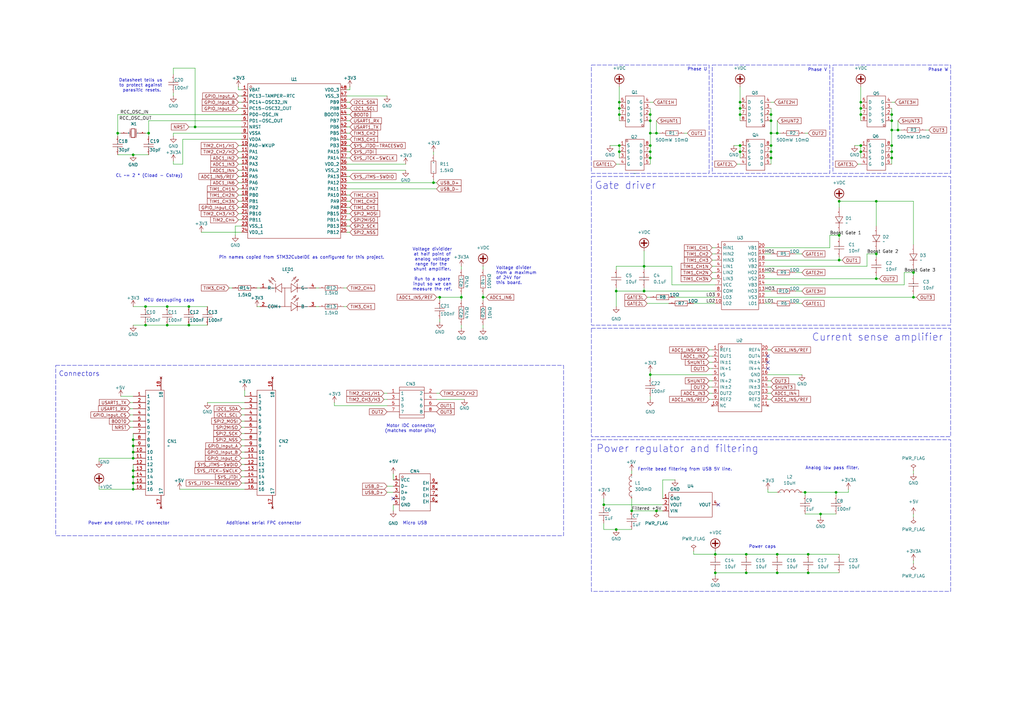
<source format=kicad_sch>
(kicad_sch (version 20231120) (generator "eeschema") (generator_version "8.0")
  (paper "A3")
  (title_block (title "Hex mini drive - single BLDC motor FOC driver") (date "2024-06-24") (rev "1") (company "Hex Robotics Limited"))
  (junction (at 336.55 210.82))
  (junction (at 264.16 119.38))
  (junction (at 252.73 217.17))
  (junction (at 316.23 59.69))
  (junction (at 365.76 64.77))
  (junction (at 54.61 182.88))
  (junction (at 353.06 59.69))
  (junction (at 266.7 62.23))
  (junction (at 330.2 201.93))
  (junction (at 266.7 54.61))
  (junction (at 264.16 109.22))
  (junction (at 318.77 234.95))
  (junction (at 68.58 125.73))
  (junction (at 59.69 125.73))
  (junction (at 303.53 46.99))
  (junction (at 77.47 125.73))
  (junction (at 77.47 133.35))
  (junction (at 254 44.45))
  (junction (at 318.77 54.61))
  (junction (at 266.7 46.99))
  (junction (at 247.65 207.01))
  (junction (at 365.76 62.23))
  (junction (at 303.53 41.91))
  (junction (at 180.34 121.92))
  (junction (at 254 46.99))
  (junction (at 80.01 52.07))
  (junction (at 374.65 121.92))
  (junction (at 266.7 64.77))
  (junction (at 266.7 59.69))
  (junction (at 303.53 62.23))
  (junction (at 54.61 63.5))
  (junction (at 177.8 74.93))
  (junction (at 54.61 180.34))
  (junction (at 368.3 53.34))
  (junction (at 359.41 104.14))
  (junction (at 59.69 133.35))
  (junction (at 198.12 121.92))
  (junction (at 318.77 227.33))
  (junction (at 293.37 234.95))
  (junction (at 316.23 64.77))
  (junction (at 252.73 119.38))
  (junction (at 269.24 209.55))
  (junction (at 54.61 195.58))
  (junction (at 316.23 62.23))
  (junction (at 353.06 62.23))
  (junction (at 353.06 41.91))
  (junction (at 353.06 46.99))
  (junction (at 254 59.69))
  (junction (at 293.37 227.33))
  (junction (at 306.07 227.33))
  (junction (at 60.96 54.61))
  (junction (at 54.61 198.12))
  (junction (at 365.76 59.69))
  (junction (at 365.76 53.34))
  (junction (at 266.7 49.53))
  (junction (at 54.61 187.96))
  (junction (at 68.58 133.35))
  (junction (at 342.9 201.93))
  (junction (at 306.07 234.95))
  (junction (at 266.7 153.67))
  (junction (at 344.17 82.55))
  (junction (at 316.23 49.53))
  (junction (at 316.23 46.99))
  (junction (at 344.17 106.68))
  (junction (at 254 41.91))
  (junction (at 259.08 209.55))
  (junction (at 303.53 44.45))
  (junction (at 303.53 59.69))
  (junction (at 331.47 227.33))
  (junction (at 353.06 44.45))
  (junction (at 316.23 54.61))
  (junction (at 331.47 234.95))
  (junction (at 48.26 54.61))
  (junction (at 344.17 96.52))
  (junction (at 374.65 111.76))
  (junction (at 54.61 185.42))
  (junction (at 189.23 121.92))
  (junction (at 365.76 46.99))
  (junction (at 54.61 200.66))
  (junction (at 54.61 193.04))
  (junction (at 359.41 82.55))
  (junction (at 269.24 54.61))
  (junction (at 254 62.23))
  (junction (at 365.76 49.53))
  (junction (at 359.41 114.3))
  (no_connect (at 314.96 146.05))
  (no_connect (at 314.96 151.13))
  (no_connect (at 161.29 204.47))
  (no_connect (at 314.96 148.59))
  (no_connect (at 294.64 207.01))
  (wire (pts (xy 353.06 35.56) (xy 353.06 41.91)))
  (wire (pts (xy 365.76 44.45) (xy 365.76 46.99)))
  (wire (pts (xy 252.73 125.73) (xy 252.73 119.38)))
  (wire (pts (xy 80.01 52.07) (xy 99.06 52.07)))
  (wire (pts (xy 142.24 64.77) (xy 143.51 64.77)))
  (wire (pts (xy 316.23 143.51) (xy 314.96 143.51)))
  (wire (pts (xy 344.17 96.52) (xy 340.36 96.52)))
  (wire (pts (xy 351.79 67.31) (xy 353.06 67.31)))
  (wire (pts (xy 143.51 90.17) (xy 142.24 90.17)))
  (wire (pts (xy 158.75 199.39) (xy 161.29 199.39)))
  (wire (pts (xy 40.64 200.66) (xy 54.61 200.66)))
  (wire (pts (xy 143.51 92.71) (xy 142.24 92.71)))
  (wire (pts (xy 302.26 67.31) (xy 303.53 67.31)))
  (wire (pts (xy 313.69 119.38) (xy 316.23 119.38)))
  (wire (pts (xy 365.76 62.23) (xy 365.76 64.77)))
  (wire (pts (xy 53.34 175.26) (xy 54.61 175.26)))
  (wire (pts (xy 97.79 87.63) (xy 99.06 87.63)))
  (wire (pts (xy 80.01 52.07) (xy 80.01 27.94)))
  (wire (pts (xy 252.73 67.31) (xy 254 67.31)))
  (wire (pts (xy 300.99 59.69) (xy 303.53 59.69)))
  (wire (pts (xy 313.69 109.22) (xy 355.6 109.22)))
  (wire (pts (xy 54.61 177.8) (xy 54.61 180.34)))
  (wire (pts (xy 265.43 124.46) (xy 274.32 124.46)))
  (wire (pts (xy 290.83 161.29) (xy 292.1 161.29)))
  (wire (pts (xy 97.79 85.09) (xy 99.06 85.09)))
  (wire (pts (xy 374.65 110.49) (xy 374.65 111.76)))
  (wire (pts (xy 259.08 204.47) (xy 259.08 209.55)))
  (wire (pts (xy 318.77 54.61) (xy 316.23 54.61)))
  (wire (pts (xy 198.12 134.62) (xy 198.12 133.35)))
  (wire (pts (xy 264.16 102.87) (xy 264.16 109.22)))
  (wire (pts (xy 100.33 160.02) (xy 100.33 162.56)))
  (wire (pts (xy 275.59 116.84) (xy 293.37 116.84)))
  (wire (pts (xy 374.65 120.65) (xy 374.65 121.92)))
  (wire (pts (xy 359.41 82.55) (xy 359.41 92.71)))
  (wire (pts (xy 142.24 59.69) (xy 143.51 59.69)))
  (wire (pts (xy 54.61 63.5) (xy 60.96 63.5)))
  (wire (pts (xy 303.53 35.56) (xy 303.53 41.91)))
  (wire (pts (xy 100.33 185.42) (xy 99.06 185.42)))
  (wire (pts (xy 367.03 41.91) (xy 365.76 41.91)))
  (wire (pts (xy 254 44.45) (xy 254 46.99)))
  (wire (pts (xy 189.23 109.22) (xy 189.23 110.49)))
  (wire (pts (xy 142.24 44.45) (xy 143.51 44.45)))
  (wire (pts (xy 252.73 110.49) (xy 252.73 109.22)))
  (wire (pts (xy 344.17 95.25) (xy 344.17 96.52)))
  (wire (pts (xy 314.96 201.93) (xy 318.77 201.93)))
  (wire (pts (xy 266.7 54.61) (xy 266.7 59.69)))
  (wire (pts (xy 313.69 116.84) (xy 370.84 116.84)))
  (wire (pts (xy 368.3 53.34) (xy 369.57 53.34)))
  (wire (pts (xy 40.64 187.96) (xy 54.61 187.96)))
  (wire (pts (xy 73.66 200.66) (xy 100.33 200.66)))
  (wire (pts (xy 99.06 170.18) (xy 100.33 170.18)))
  (wire (pts (xy 100.33 198.12) (xy 99.06 198.12)))
  (wire (pts (xy 189.23 123.19) (xy 189.23 121.92)))
  (wire (pts (xy 264.16 119.38) (xy 293.37 119.38)))
  (wire (pts (xy 316.23 59.69) (xy 316.23 62.23)))
  (wire (pts (xy 48.26 63.5) (xy 54.61 63.5)))
  (wire (pts (xy 340.36 96.52) (xy 340.36 101.6)))
  (wire (pts (xy 54.61 198.12) (xy 54.61 200.66)))
  (wire (pts (xy 97.79 80.01) (xy 99.06 80.01)))
  (wire (pts (xy 198.12 121.92) (xy 198.12 120.65)))
  (wire (pts (xy 330.2 201.93) (xy 330.2 203.2)))
  (wire (pts (xy 318.77 227.33) (xy 306.07 227.33)))
  (wire (pts (xy 142.24 57.15) (xy 143.51 57.15)))
  (wire (pts (xy 290.83 156.21) (xy 292.1 156.21)))
  (wire (pts (xy 177.8 74.93) (xy 179.07 74.93)))
  (wire (pts (xy 313.69 114.3) (xy 359.41 114.3)))
  (wire (pts (xy 158.75 201.93) (xy 161.29 201.93)))
  (wire (pts (xy 292.1 106.68) (xy 293.37 106.68)))
  (wire (pts (xy 353.06 62.23) (xy 353.06 64.77)))
  (wire (pts (xy 330.2 201.93) (xy 342.9 201.93)))
  (wire (pts (xy 359.41 113.03) (xy 359.41 114.3)))
  (wire (pts (xy 97.79 35.56) (xy 97.79 36.83)))
  (wire (pts (xy 293.37 226.06) (xy 293.37 227.33)))
  (wire (pts (xy 142.24 41.91) (xy 143.51 41.91)))
  (wire (pts (xy 292.1 114.3) (xy 293.37 114.3)))
  (wire (pts (xy 314.96 200.66) (xy 314.96 201.93)))
  (wire (pts (xy 189.23 134.62) (xy 189.23 133.35)))
  (wire (pts (xy 340.36 101.6) (xy 313.69 101.6)))
  (wire (pts (xy 97.79 77.47) (xy 99.06 77.47)))
  (wire (pts (xy 318.77 49.53) (xy 318.77 54.61)))
  (wire (pts (xy 80.01 27.94) (xy 71.12 27.94)))
  (wire (pts (xy 105.41 118.11) (xy 106.68 118.11)))
  (wire (pts (xy 271.78 196.85) (xy 276.86 196.85)))
  (wire (pts (xy 48.26 46.99) (xy 48.26 54.61)))
  (wire (pts (xy 290.83 143.51) (xy 292.1 143.51)))
  (wire (pts (xy 97.79 67.31) (xy 99.06 67.31)))
  (wire (pts (xy 161.29 209.55) (xy 161.29 207.01)))
  (wire (pts (xy 344.17 82.55) (xy 344.17 85.09)))
  (wire (pts (xy 266.7 49.53) (xy 266.7 54.61)))
  (wire (pts (xy 137.16 166.37) (xy 158.75 166.37)))
  (wire (pts (xy 344.17 82.55) (xy 359.41 82.55)))
  (wire (pts (xy 99.06 172.72) (xy 100.33 172.72)))
  (wire (pts (xy 143.51 46.99) (xy 142.24 46.99)))
  (wire (pts (xy 177.8 62.23) (xy 177.8 63.5)))
  (wire (pts (xy 254 35.56) (xy 254 41.91)))
  (wire (pts (xy 326.39 119.38) (xy 328.93 119.38)))
  (wire (pts (xy 97.79 69.85) (xy 99.06 69.85)))
  (wire (pts (xy 97.79 39.37) (xy 99.06 39.37)))
  (wire (pts (xy 355.6 104.14) (xy 359.41 104.14)))
  (wire (pts (xy 284.48 226.06) (xy 284.48 227.33)))
  (wire (pts (xy 290.83 148.59) (xy 292.1 148.59)))
  (wire (pts (xy 331.47 227.33) (xy 344.17 227.33)))
  (wire (pts (xy 316.23 62.23) (xy 316.23 64.77)))
  (wire (pts (xy 71.12 55.88) (xy 71.12 54.61)))
  (wire (pts (xy 252.73 118.11) (xy 252.73 119.38)))
  (wire (pts (xy 347.98 201.93) (xy 347.98 200.66)))
  (wire (pts (xy 314.96 153.67) (xy 328.93 153.67)))
  (wire (pts (xy 143.51 36.83) (xy 142.24 36.83)))
  (wire (pts (xy 142.24 69.85) (xy 166.37 69.85)))
  (wire (pts (xy 198.12 123.19) (xy 198.12 121.92)))
  (wire (pts (xy 157.48 163.83) (xy 158.75 163.83)))
  (wire (pts (xy 250.19 59.69) (xy 254 59.69)))
  (wire (pts (xy 59.69 125.73) (xy 68.58 125.73)))
  (wire (pts (xy 266.7 44.45) (xy 266.7 46.99)))
  (wire (pts (xy 161.29 194.31) (xy 161.29 196.85)))
  (wire (pts (xy 266.7 153.67) (xy 292.1 153.67)))
  (wire (pts (xy 374.65 229.87) (xy 374.65 231.14)))
  (wire (pts (xy 140.97 125.73) (xy 142.24 125.73)))
  (wire (pts (xy 142.24 67.31) (xy 166.37 67.31)))
  (wire (pts (xy 97.79 74.93) (xy 99.06 74.93)))
  (wire (pts (xy 316.23 46.99) (xy 316.23 49.53)))
  (wire (pts (xy 269.24 209.55) (xy 271.78 209.55)))
  (wire (pts (xy 99.06 92.71) (xy 96.52 92.71)))
  (wire (pts (xy 71.12 67.31) (xy 71.12 66.04)))
  (wire (pts (xy 326.39 104.14) (xy 328.93 104.14)))
  (wire (pts (xy 365.76 46.99) (xy 365.76 49.53)))
  (wire (pts (xy 331.47 227.33) (xy 318.77 227.33)))
  (wire (pts (xy 350.52 59.69) (xy 353.06 59.69)))
  (wire (pts (xy 331.47 54.61) (xy 330.2 54.61)))
  (wire (pts (xy 303.53 62.23) (xy 303.53 64.77)))
  (wire (pts (xy 359.41 102.87) (xy 359.41 104.14)))
  (wire (pts (xy 314.96 156.21) (xy 316.23 156.21)))
  (wire (pts (xy 180.34 132.08) (xy 180.34 130.81)))
  (wire (pts (xy 316.23 161.29) (xy 314.96 161.29)))
  (wire (pts (xy 290.83 163.83) (xy 292.1 163.83)))
  (wire (pts (xy 129.54 125.73) (xy 130.81 125.73)))
  (wire (pts (xy 71.12 38.1) (xy 71.12 39.37)))
  (wire (pts (xy 330.2 210.82) (xy 336.55 210.82)))
  (wire (pts (xy 97.79 59.69) (xy 99.06 59.69)))
  (wire (pts (xy 142.24 118.11) (xy 140.97 118.11)))
  (wire (pts (xy 60.96 49.53) (xy 99.06 49.53)))
  (wire (pts (xy 328.93 201.93) (xy 330.2 201.93)))
  (wire (pts (xy 344.17 105.41) (xy 344.17 106.68)))
  (wire (pts (xy 336.55 212.09) (xy 336.55 210.82)))
  (wire (pts (xy 313.69 121.92) (xy 374.65 121.92)))
  (wire (pts (xy 97.79 41.91) (xy 99.06 41.91)))
  (wire (pts (xy 97.79 72.39) (xy 99.06 72.39)))
  (wire (pts (xy 71.12 67.31) (xy 74.93 67.31)))
  (wire (pts (xy 40.64 187.96) (xy 40.64 189.23)))
  (wire (pts (xy 336.55 210.82) (xy 342.9 210.82)))
  (wire (pts (xy 293.37 236.22) (xy 293.37 234.95)))
  (wire (pts (xy 53.34 172.72) (xy 54.61 172.72)))
  (wire (pts (xy 316.23 163.83) (xy 314.96 163.83)))
  (wire (pts (xy 95.25 118.11) (xy 93.98 118.11)))
  (wire (pts (xy 97.79 64.77) (xy 99.06 64.77)))
  (wire (pts (xy 199.39 121.92) (xy 198.12 121.92)))
  (wire (pts (xy 49.53 162.56) (xy 54.61 162.56)))
  (wire (pts (xy 353.06 41.91) (xy 353.06 44.45)))
  (wire (pts (xy 264.16 118.11) (xy 264.16 119.38)))
  (wire (pts (xy 292.1 111.76) (xy 293.37 111.76)))
  (wire (pts (xy 326.39 124.46) (xy 328.93 124.46)))
  (wire (pts (xy 359.41 114.3) (xy 360.68 114.3)))
  (wire (pts (xy 290.83 151.13) (xy 292.1 151.13)))
  (wire (pts (xy 374.65 121.92) (xy 375.92 121.92)))
  (wire (pts (xy 198.12 109.22) (xy 198.12 110.49)))
  (wire (pts (xy 370.84 116.84) (xy 370.84 111.76)))
  (wire (pts (xy 306.07 234.95) (xy 293.37 234.95)))
  (wire (pts (xy 267.97 41.91) (xy 266.7 41.91)))
  (wire (pts (xy 60.96 49.53) (xy 60.96 54.61)))
  (wire (pts (xy 381 53.34) (xy 379.73 53.34)))
  (wire (pts (xy 254 62.23) (xy 254 64.77)))
  (wire (pts (xy 342.9 201.93) (xy 347.98 201.93)))
  (wire (pts (xy 292.1 109.22) (xy 293.37 109.22)))
  (wire (pts (xy 368.3 49.53) (xy 368.3 53.34)))
  (wire (pts (xy 317.5 41.91) (xy 316.23 41.91)))
  (wire (pts (xy 142.24 74.93) (xy 177.8 74.93)))
  (wire (pts (xy 303.53 41.91) (xy 303.53 44.45)))
  (wire (pts (xy 303.53 44.45) (xy 303.53 46.99)))
  (wire (pts (xy 313.69 124.46) (xy 316.23 124.46)))
  (wire (pts (xy 179.07 121.92) (xy 180.34 121.92)))
  (wire (pts (xy 77.47 133.35) (xy 85.09 133.35)))
  (wire (pts (xy 54.61 182.88) (xy 54.61 185.42)))
  (wire (pts (xy 143.51 87.63) (xy 142.24 87.63)))
  (wire (pts (xy 326.39 111.76) (xy 328.93 111.76)))
  (wire (pts (xy 54.61 193.04) (xy 54.61 195.58)))
  (wire (pts (xy 275.59 109.22) (xy 275.59 116.84)))
  (wire (pts (xy 264.16 109.22) (xy 275.59 109.22)))
  (wire (pts (xy 54.61 195.58) (xy 54.61 198.12)))
  (wire (pts (xy 180.34 123.19) (xy 180.34 121.92)))
  (wire (pts (xy 74.93 67.31) (xy 74.93 57.15)))
  (wire (pts (xy 48.26 54.61) (xy 49.53 54.61)))
  (wire (pts (xy 142.24 80.01) (xy 143.51 80.01)))
  (wire (pts (xy 105.41 125.73) (xy 106.68 125.73)))
  (wire (pts (xy 179.07 163.83) (xy 190.5 163.83)))
  (wire (pts (xy 370.84 111.76) (xy 374.65 111.76)))
  (wire (pts (xy 344.17 106.68) (xy 345.44 106.68)))
  (wire (pts (xy 100.33 187.96) (xy 99.06 187.96)))
  (wire (pts (xy 142.24 49.53) (xy 143.51 49.53)))
  (wire (pts (xy 143.51 35.56) (xy 143.51 36.83)))
  (wire (pts (xy 331.47 234.95) (xy 318.77 234.95)))
  (wire (pts (xy 99.06 175.26) (xy 100.33 175.26)))
  (wire (pts (xy 100.33 195.58) (xy 99.06 195.58)))
  (wire (pts (xy 374.65 210.82) (xy 374.65 212.09)))
  (wire (pts (xy 353.06 59.69) (xy 353.06 62.23)))
  (wire (pts (xy 71.12 54.61) (xy 99.06 54.61)))
  (wire (pts (xy 313.69 111.76) (xy 316.23 111.76)))
  (wire (pts (xy 365.76 59.69) (xy 365.76 62.23)))
  (wire (pts (xy 266.7 54.61) (xy 269.24 54.61)))
  (wire (pts (xy 303.53 59.69) (xy 303.53 62.23)))
  (wire (pts (xy 157.48 161.29) (xy 158.75 161.29)))
  (wire (pts (xy 142.24 77.47) (xy 179.07 77.47)))
  (wire (pts (xy 344.17 97.79) (xy 344.17 96.52)))
  (wire (pts (xy 355.6 109.22) (xy 355.6 104.14)))
  (wire (pts (xy 82.55 95.25) (xy 99.06 95.25)))
  (wire (pts (xy 365.76 64.77) (xy 365.76 67.31)))
  (wire (pts (xy 342.9 201.93) (xy 342.9 203.2)))
  (wire (pts (xy 142.24 85.09) (xy 143.51 85.09)))
  (wire (pts (xy 316.23 44.45) (xy 316.23 46.99)))
  (wire (pts (xy 314.96 158.75) (xy 316.23 158.75)))
  (wire (pts (xy 265.43 121.92) (xy 266.7 121.92)))
  (wire (pts (xy 59.69 133.35) (xy 68.58 133.35)))
  (wire (pts (xy 280.67 54.61) (xy 281.94 54.61)))
  (wire (pts (xy 97.79 82.55) (xy 99.06 82.55)))
  (wire (pts (xy 142.24 82.55) (xy 143.51 82.55)))
  (wire (pts (xy 54.61 125.73) (xy 59.69 125.73)))
  (wire (pts (xy 97.79 62.23) (xy 99.06 62.23)))
  (wire (pts (xy 264.16 110.49) (xy 264.16 109.22)))
  (wire (pts (xy 365.76 53.34) (xy 368.3 53.34)))
  (wire (pts (xy 316.23 64.77) (xy 316.23 67.31)))
  (wire (pts (xy 318.77 234.95) (xy 306.07 234.95)))
  (wire (pts (xy 359.41 104.14) (xy 359.41 105.41)))
  (wire (pts (xy 365.76 53.34) (xy 365.76 59.69)))
  (wire (pts (xy 247.65 204.47) (xy 247.65 207.01)))
  (wire (pts (xy 292.1 101.6) (xy 293.37 101.6)))
  (wire (pts (xy 313.69 104.14) (xy 316.23 104.14)))
  (wire (pts (xy 97.79 36.83) (xy 99.06 36.83)))
  (wire (pts (xy 254 46.99) (xy 254 49.53)))
  (wire (pts (xy 266.7 62.23) (xy 266.7 64.77)))
  (wire (pts (xy 290.83 158.75) (xy 292.1 158.75)))
  (wire (pts (xy 60.96 54.61) (xy 59.69 54.61)))
  (wire (pts (xy 99.06 182.88) (xy 100.33 182.88)))
  (wire (pts (xy 143.51 95.25) (xy 142.24 95.25)))
  (wire (pts (xy 99.06 167.64) (xy 100.33 167.64)))
  (wire (pts (xy 276.86 121.92) (xy 293.37 121.92)))
  (wire (pts (xy 320.04 54.61) (xy 318.77 54.61)))
  (wire (pts (xy 54.61 133.35) (xy 59.69 133.35)))
  (wire (pts (xy 266.7 154.94) (xy 266.7 153.67)))
  (wire (pts (xy 374.65 82.55) (xy 359.41 82.55)))
  (wire (pts (xy 68.58 133.35) (xy 77.47 133.35)))
  (wire (pts (xy 254 59.69) (xy 254 62.23)))
  (wire (pts (xy 142.24 39.37) (xy 158.75 39.37)))
  (wire (pts (xy 284.48 227.33) (xy 293.37 227.33)))
  (wire (pts (xy 77.47 52.07) (xy 80.01 52.07)))
  (wire (pts (xy 266.7 64.77) (xy 266.7 67.31)))
  (wire (pts (xy 40.64 199.39) (xy 40.64 200.66)))
  (wire (pts (xy 137.16 165.1) (xy 137.16 166.37)))
  (wire (pts (xy 374.65 100.33) (xy 374.65 82.55)))
  (wire (pts (xy 313.69 106.68) (xy 344.17 106.68)))
  (wire (pts (xy 247.65 217.17) (xy 252.73 217.17)))
  (wire (pts (xy 365.76 49.53) (xy 365.76 53.34)))
  (wire (pts (xy 247.65 207.01) (xy 271.78 207.01)))
  (wire (pts (xy 97.79 90.17) (xy 99.06 90.17)))
  (wire (pts (xy 54.61 180.34) (xy 54.61 182.88)))
  (wire (pts (xy 316.23 49.53) (xy 316.23 54.61)))
  (wire (pts (xy 284.48 124.46) (xy 293.37 124.46)))
  (wire (pts (xy 71.12 27.94) (xy 71.12 30.48)))
  (wire (pts (xy 259.08 194.31) (xy 259.08 193.04)))
  (wire (pts (xy 130.81 118.11) (xy 129.54 118.11)))
  (wire (pts (xy 142.24 54.61) (xy 143.51 54.61)))
  (wire (pts (xy 180.34 161.29) (xy 179.07 161.29)))
  (wire (pts (xy 97.79 44.45) (xy 99.06 44.45)))
  (wire (pts (xy 247.65 214.63) (xy 247.65 217.17)))
  (wire (pts (xy 331.47 234.95) (xy 344.17 234.95)))
  (wire (pts (xy 266.7 59.69) (xy 266.7 62.23)))
  (wire (pts (xy 68.58 125.73) (xy 77.47 125.73)))
  (wire (pts (xy 100.33 190.5) (xy 99.06 190.5)))
  (wire (pts (xy 252.73 217.17) (xy 259.08 217.17)))
  (wire (pts (xy 53.34 170.18) (xy 54.61 170.18)))
  (wire (pts (xy 53.34 165.1) (xy 54.61 165.1)))
  (wire (pts (xy 177.8 73.66) (xy 177.8 74.93)))
  (wire (pts (xy 252.73 109.22) (xy 264.16 109.22)))
  (wire (pts (xy 269.24 54.61) (xy 270.51 54.61)))
  (wire (pts (xy 48.26 55.88) (xy 48.26 54.61)))
  (wire (pts (xy 292.1 104.14) (xy 293.37 104.14)))
  (wire (pts (xy 180.34 121.92) (xy 189.23 121.92)))
  (wire (pts (xy 374.65 193.04) (xy 374.65 194.31)))
  (wire (pts (xy 77.47 125.73) (xy 85.09 125.73)))
  (wire (pts (xy 374.65 111.76) (xy 374.65 113.03)))
  (wire (pts (xy 143.51 62.23) (xy 142.24 62.23)))
  (wire (pts (xy 54.61 185.42) (xy 54.61 187.96)))
  (wire (pts (xy 99.06 177.8) (xy 100.33 177.8)))
  (wire (pts (xy 53.34 167.64) (xy 54.61 167.64)))
  (wire (pts (xy 266.7 152.4) (xy 266.7 153.67)))
  (wire (pts (xy 254 41.91) (xy 254 44.45)))
  (wire (pts (xy 142.24 72.39) (xy 143.51 72.39)))
  (wire (pts (xy 259.08 209.55) (xy 269.24 209.55)))
  (wire (pts (xy 74.93 57.15) (xy 99.06 57.15)))
  (wire (pts (xy 306.07 227.33) (xy 293.37 227.33)))
  (wire (pts (xy 303.53 46.99) (xy 303.53 49.53)))
  (wire (pts (xy 142.24 52.07) (xy 143.51 52.07)))
  (wire (pts (xy 189.23 121.92) (xy 189.23 120.65)))
  (wire (pts (xy 353.06 44.45) (xy 353.06 46.99)))
  (wire (pts (xy 48.26 46.99) (xy 99.06 46.99)))
  (wire (pts (xy 85.09 165.1) (xy 100.33 165.1)))
  (wire (pts (xy 271.78 204.47) (xy 271.78 196.85)))
  (wire (pts (xy 252.73 119.38) (xy 264.16 119.38)))
  (wire (pts (xy 54.61 190.5) (xy 54.61 193.04)))
  (wire (pts (xy 266.7 46.99) (xy 266.7 49.53)))
  (wire (pts (xy 100.33 193.04) (xy 99.06 193.04)))
  (wire (pts (xy 316.23 54.61) (xy 316.23 59.69)))
  (wire (pts (xy 353.06 46.99) (xy 353.06 49.53)))
  (wire (pts (xy 266.7 163.83) (xy 266.7 162.56)))
  (wire (pts (xy 96.52 92.71) (xy 96.52 96.52)))
  (wire (pts (xy 269.24 49.53) (xy 269.24 54.61)))
  (wire (pts (xy 60.96 54.61) (xy 60.96 55.88)))
  (wire (pts (xy 290.83 146.05) (xy 292.1 146.05)))
  (wire (pts (xy 99.06 180.34) (xy 100.33 180.34)))
  (rectangle (start 242.57 72.39) (end 389.89 133.35) (stroke (width 0) (type dash)))
  (rectangle (start 22.86 149.86) (end 231.14 219.71) (stroke (width 0) (type dash)))
  (rectangle (start 242.57 26.67) (end 290.83 71.12) (stroke (width 0) (type dash)))
  (rectangle (start 242.57 134.62) (end 389.89 179.07) (stroke (width 0) (type dash)))
  (rectangle (start 341.63 26.67) (end 389.89 71.12) (stroke (width 0) (type dash)))
  (rectangle (start 242.57 180.34) (end 389.89 242.57) (stroke (width 0) (type dash)))
  (rectangle (start 292.1 26.67) (end 340.36 71.12) (stroke (width 0) (type dash)))
  (text "Datasheet tells us \nto protect against \nparasitic resets." (at 58.166 35.052 0) (effects (font (size 1.27 1.27))))
  (text "Ferrite bead filtering from USB 5V line." (at 280.924 192.532 0) (effects (font (size 1.27 1.27))))
  (text "Additional serial FPC connector" (at 108.204 214.63 0) (effects (font (size 1.27 1.27))))
  (text "Analog low pass filter." (at 341.376 192.024 0) (effects (font (size 1.27 1.27))))
  (text "Motor IDC connector\n(matches motor pins)" (at 168.402 175.768 0) (effects (font (size 1.27 1.27))))
  (text "Gate driver" (at 256.54 76.2 0) (effects (font (size 3 3))))
  (text "Micro USB" (at 170.18 214.63 0) (effects (font (size 1.27 1.27))))
  (text "Voltage divider \nfrom a maximum \nof 24V for \nthis board." (at 203.454 113.03 0) (effects (font (size 1.27 1.27)) (justify left)))
  (text "Phase U" (at 286.004 28.448 0) (effects (font (size 1.27 1.27))))
  (text "Power regulator and filtering" (at 277.876 184.15 0) (effects (font (size 3 3))))
  (text "Power caps" (at 312.674 224.282 0) (effects (font (size 1.27 1.27))))
  (text "CL ~= 2 * (Cload - Cstray)" (at 61.214 72.136 0) (effects (font (size 1.27 1.27))))
  (text "MCU decoupling caps" (at 69.342 123.19 0) (effects (font (size 1.27 1.27))))
  (text "Voltage dividider\nat half point of\nanalog voltage\nrange for the \nshunt amplifier.\n\nRun to a spare\ninput so we can\nmeasure the ref." (at 177.292 110.49 0) (effects (font (size 1.27 1.27))))
  (text "Connectors" (at 32.512 153.416 0) (effects (font (size 2 2))))
  (text "Phase V" (at 335.28 28.702 0) (effects (font (size 1.27 1.27))))
  (text "Power and control, FPC connector" (at 52.832 214.63 0) (effects (font (size 1.27 1.27))))
  (text "Phase W" (at 384.81 28.702 0) (effects (font (size 1.27 1.27))))
  (text "Current sense amplifier" (at 359.918 138.43 0) (effects (font (size 3 3))))
  (text "Pin names copied from STM32CubeIDE as configured for this project." (at 123.698 105.664 0) (effects (font (size 1.27 1.27))))
  (label "Filtered +5V" (at 259.08 209.55 0))
  (label "RCC_OSC_IN" (at 60.96 46.99 180))
  (label "LO2" (at 293.37 124.46 180))
  (label "LO1" (at 313.69 124.46 0))
  (label "RCC_OSC_OUT" (at 62.23 49.53 180))
  (label "LO3" (at 293.37 121.92 180))
  (label "HO3" (at 313.69 119.38 0))
  (label "Boost Gate 3" (at 370.84 111.76 0))
  (label "HO1" (at 313.69 104.14 0))
  (label "Boost Gate 1" (at 340.36 96.52 0))
  (label "Boost Gate 2" (at 355.6 104.14 0))
  (label "HO2" (at 313.69 111.76 0))
  (global_label "OUT1" (shape input) (at 281.94 54.61 0) (property "Intersheetrefs" "${INTERSHEET_REFS}" (effects (hide yes))))
  (global_label "TIM3_CH1" (shape input) (at 142.24 125.73 0) (property "Intersheetrefs" "${INTERSHEET_REFS}" (effects (hide yes))))
  (global_label "GATE2H" (shape input) (at 328.93 111.76 0) (property "Intersheetrefs" "${INTERSHEET_REFS}" (effects (hide yes))))
  (global_label "SYS_JTCK-SWCLK" (shape input) (at 143.51 64.77 0) (property "Intersheetrefs" "${INTERSHEET_REFS}" (effects (hide yes))))
  (global_label "SPI2MISO" (shape input) (at 99.06 175.26 180) (property "Intersheetrefs" "${INTERSHEET_REFS}" (effects (hide yes))))
  (global_label "GATE1L" (shape input) (at 328.93 124.46 0) (property "Intersheetrefs" "${INTERSHEET_REFS}" (effects (hide yes))))
  (global_label "NRST" (shape input) (at 53.34 175.26 180) (property "Intersheetrefs" "${INTERSHEET_REFS}" (effects (hide yes))))
  (global_label "GATE3H" (shape input) (at 367.03 41.91 0) (property "Intersheetrefs" "${INTERSHEET_REFS}" (effects (hide yes))))
  (global_label "OUT2" (shape input) (at 290.83 158.75 180) (property "Intersheetrefs" "${INTERSHEET_REFS}" (effects (hide yes))))
  (global_label "SPI2_SCK" (shape input) (at 143.51 92.71 0) (property "Intersheetrefs" "${INTERSHEET_REFS}" (effects (hide yes))))
  (global_label "OUT3" (shape input) (at 316.23 156.21 0) (property "Intersheetrefs" "${INTERSHEET_REFS}" (effects (hide yes))))
  (global_label "NRST" (shape input) (at 77.47 52.07 180) (property "Intersheetrefs" "${INTERSHEET_REFS}" (effects (hide yes))))
  (global_label "SHUNT1" (shape input) (at 269.24 49.53 0) (property "Intersheetrefs" "${INTERSHEET_REFS}" (effects (hide yes))))
  (global_label "TIM1_CH2N" (shape input) (at 97.79 80.01 180) (property "Intersheetrefs" "${INTERSHEET_REFS}" (effects (hide yes))))
  (global_label "GPIO_Input_C" (shape input) (at 99.06 187.96 180) (property "Intersheetrefs" "${INTERSHEET_REFS}" (effects (hide yes))))
  (global_label "TIM1_CH3" (shape input) (at 292.1 106.68 180) (property "Intersheetrefs" "${INTERSHEET_REFS}" (effects (hide yes))))
  (global_label "GPIO_Input_C" (shape input) (at 97.79 44.45 180) (property "Intersheetrefs" "${INTERSHEET_REFS}" (effects (hide yes))))
  (global_label "OUT2" (shape input) (at 331.47 54.61 0) (property "Intersheetrefs" "${INTERSHEET_REFS}" (effects (hide yes))))
  (global_label "SYS_JTDO-TRACESWO" (shape input) (at 143.51 59.69 0) (property "Intersheetrefs" "${INTERSHEET_REFS}" (effects (hide yes))))
  (global_label "GATE2H" (shape input) (at 317.5 41.91 0) (property "Intersheetrefs" "${INTERSHEET_REFS}" (effects (hide yes))))
  (global_label "USB_D+" (shape input) (at 179.07 74.93 0) (property "Intersheetrefs" "${INTERSHEET_REFS}" (effects (hide yes))))
  (global_label "ADC1_IN4" (shape input) (at 97.79 69.85 180) (property "Intersheetrefs" "${INTERSHEET_REFS}" (effects (hide yes))))
  (global_label "ADC1_IN5{slash}REF" (shape input) (at 290.83 163.83 180) (property "Intersheetrefs" "${INTERSHEET_REFS}" (effects (hide yes))))
  (global_label "TIM2_CH3{slash}H3" (shape input) (at 157.48 163.83 180) (property "Intersheetrefs" "${INTERSHEET_REFS}" (effects (hide yes))))
  (global_label "SYS_JTCK-SWCLK" (shape input) (at 99.06 193.04 180) (property "Intersheetrefs" "${INTERSHEET_REFS}" (effects (hide yes))))
  (global_label "TIM3_CH2" (shape input) (at 93.98 118.11 180) (property "Intersheetrefs" "${INTERSHEET_REFS}" (effects (hide yes))))
  (global_label "USART1_TX" (shape input) (at 143.51 52.07 0) (property "Intersheetrefs" "${INTERSHEET_REFS}" (effects (hide yes))))
  (global_label "GPIO_Input_A" (shape input) (at 97.79 39.37 180) (property "Intersheetrefs" "${INTERSHEET_REFS}" (effects (hide yes))))
  (global_label "ADC1_IN2" (shape input) (at 97.79 64.77 180) (property "Intersheetrefs" "${INTERSHEET_REFS}" (effects (hide yes))))
  (global_label "GPIO_Input_A" (shape input) (at 99.06 182.88 180) (property "Intersheetrefs" "${INTERSHEET_REFS}" (effects (hide yes))))
  (global_label "USART1_TX" (shape input) (at 53.34 165.1 180) (property "Intersheetrefs" "${INTERSHEET_REFS}" (effects (hide yes))))
  (global_label "TIM2_CH3{slash}H3" (shape input) (at 97.79 87.63 180) (property "Intersheetrefs" "${INTERSHEET_REFS}" (effects (hide yes))))
  (global_label "ADC1_IN6" (shape input) (at 97.79 74.93 180) (property "Intersheetrefs" "${INTERSHEET_REFS}" (effects (hide yes))))
  (global_label "OUT3" (shape input) (at 381 53.34 0) (property "Intersheetrefs" "${INTERSHEET_REFS}" (effects (hide yes))))
  (global_label "SPI2_MOSI" (shape input) (at 99.06 172.72 180) (property "Intersheetrefs" "${INTERSHEET_REFS}" (effects (hide yes))))
  (global_label "BOOT0" (shape input) (at 53.34 172.72 180) (property "Intersheetrefs" "${INTERSHEET_REFS}" (effects (hide yes))))
  (global_label "TIM2_CH1{slash}H1" (shape input) (at 157.48 161.29 180) (property "Intersheetrefs" "${INTERSHEET_REFS}" (effects (hide yes))))
  (global_label "TIM2_CH4" (shape input) (at 142.24 118.11 0) (property "Intersheetrefs" "${INTERSHEET_REFS}" (effects (hide yes))))
  (global_label "GATE3H" (shape input) (at 328.93 119.38 0) (property "Intersheetrefs" "${INTERSHEET_REFS}" (effects (hide yes))))
  (global_label "TIM2_CH1{slash}H1" (shape input) (at 97.79 59.69 180) (property "Intersheetrefs" "${INTERSHEET_REFS}" (effects (hide yes))))
  (global_label "GATE1H" (shape input) (at 328.93 104.14 0) (property "Intersheetrefs" "${INTERSHEET_REFS}" (effects (hide yes))))
  (global_label "TIM3_CH2" (shape input) (at 143.51 54.61 0) (property "Intersheetrefs" "${INTERSHEET_REFS}" (effects (hide yes))))
  (global_label "SPI2_SCK" (shape input) (at 99.06 177.8 180) (property "Intersheetrefs" "${INTERSHEET_REFS}" (effects (hide yes))))
  (global_label "TIM1_CH1" (shape input) (at 143.51 85.09 0) (property "Intersheetrefs" "${INTERSHEET_REFS}" (effects (hide yes))))
  (global_label "ADC1_IN5{slash}REF" (shape input) (at 290.83 143.51 180) (property "Intersheetrefs" "${INTERSHEET_REFS}" (effects (hide yes))))
  (global_label "SHUNT2" (shape input) (at 290.83 156.21 180) (property "Intersheetrefs" "${INTERSHEET_REFS}" (effects (hide yes))))
  (global_label "ADC1_IN4" (shape input) (at 316.23 161.29 0) (property "Intersheetrefs" "${INTERSHEET_REFS}" (effects (hide yes))))
  (global_label "TIM2_CH4" (shape input) (at 97.79 90.17 180) (property "Intersheetrefs" "${INTERSHEET_REFS}" (effects (hide yes))))
  (global_label "GPIO_Input_CS" (shape input) (at 53.34 170.18 180) (property "Intersheetrefs" "${INTERSHEET_REFS}" (effects (hide yes))))
  (global_label "GATE2L" (shape input) (at 265.43 124.46 180) (property "Intersheetrefs" "${INTERSHEET_REFS}" (effects (hide yes))))
  (global_label "OUT2" (shape input) (at 158.75 168.91 180) (property "Intersheetrefs" "${INTERSHEET_REFS}" (effects (hide yes))))
  (global_label "SHUNT3" (shape input) (at 368.3 49.53 0) (property "Intersheetrefs" "${INTERSHEET_REFS}" (effects (hide yes))))
  (global_label "ADC1_IN3" (shape input) (at 290.83 161.29 180) (property "Intersheetrefs" "${INTERSHEET_REFS}" (effects (hide yes))))
  (global_label "GPIO_Input_CS" (shape input) (at 97.79 85.09 180) (property "Intersheetrefs" "${INTERSHEET_REFS}" (effects (hide yes))))
  (global_label "I2C1_SCL" (shape input) (at 99.06 170.18 180) (property "Intersheetrefs" "${INTERSHEET_REFS}" (effects (hide yes))))
  (global_label "GATE2L" (shape input) (at 302.26 67.31 180) (property "Intersheetrefs" "${INTERSHEET_REFS}" (effects (hide yes))))
  (global_label "OUT1" (shape input) (at 345.44 106.68 0) (property "Intersheetrefs" "${INTERSHEET_REFS}" (effects (hide yes))))
  (global_label "ADC1_IN6" (shape input) (at 199.39 121.92 0) (property "Intersheetrefs" "${INTERSHEET_REFS}" (effects (hide yes))))
  (global_label "SYS_JTDI" (shape input) (at 99.06 195.58 180) (property "Intersheetrefs" "${INTERSHEET_REFS}" (effects (hide yes))))
  (global_label "GATE3L" (shape input) (at 351.79 67.31 180) (property "Intersheetrefs" "${INTERSHEET_REFS}" (effects (hide yes))))
  (global_label "TIM1_CH1N" (shape input) (at 97.79 77.47 180) (property "Intersheetrefs" "${INTERSHEET_REFS}" (effects (hide yes))))
  (global_label "GATE1H" (shape input) (at 267.97 41.91 0) (property "Intersheetrefs" "${INTERSHEET_REFS}" (effects (hide yes))))
  (global_label "ADC1_IN3" (shape input) (at 97.79 67.31 180) (property "Intersheetrefs" "${INTERSHEET_REFS}" (effects (hide yes))))
  (global_label "USB_D-" (shape input) (at 179.07 77.47 0) (property "Intersheetrefs" "${INTERSHEET_REFS}" (effects (hide yes))))
  (global_label "ADC1_IN2" (shape input) (at 290.83 146.05 180) (property "Intersheetrefs" "${INTERSHEET_REFS}" (effects (hide yes))))
  (global_label "ADC1_IN5{slash}REF" (shape input) (at 316.23 143.51 0) (property "Intersheetrefs" "${INTERSHEET_REFS}" (effects (hide yes))))
  (global_label "USART1_RX" (shape input) (at 143.51 49.53 0) (property "Intersheetrefs" "${INTERSHEET_REFS}" (effects (hide yes))))
  (global_label "TIM3_CH1" (shape input) (at 143.51 57.15 0) (property "Intersheetrefs" "${INTERSHEET_REFS}" (effects (hide yes))))
  (global_label "SHUNT3" (shape input) (at 316.23 158.75 0) (property "Intersheetrefs" "${INTERSHEET_REFS}" (effects (hide yes))))
  (global_label "SPI2_NSS" (shape input) (at 99.06 180.34 180) (property "Intersheetrefs" "${INTERSHEET_REFS}" (effects (hide yes))))
  (global_label "OUT3" (shape input) (at 375.92 121.92 0) (property "Intersheetrefs" "${INTERSHEET_REFS}" (effects (hide yes))))
  (global_label "OUT1" (shape input) (at 290.83 151.13 180) (property "Intersheetrefs" "${INTERSHEET_REFS}" (effects (hide yes))))
  (global_label "GPIO_Input_B" (shape input) (at 99.06 185.42 180) (property "Intersheetrefs" "${INTERSHEET_REFS}" (effects (hide yes))))
  (global_label "SHUNT1" (shape input) (at 290.83 148.59 180) (property "Intersheetrefs" "${INTERSHEET_REFS}" (effects (hide yes))))
  (global_label "GATE3L" (shape input) (at 265.43 121.92 180) (property "Intersheetrefs" "${INTERSHEET_REFS}" (effects (hide yes))))
  (global_label "USB_D+" (shape input) (at 158.75 201.93 180) (property "Intersheetrefs" "${INTERSHEET_REFS}" (effects (hide yes))))
  (global_label "I2C1_SDA" (shape input) (at 99.06 167.64 180) (property "Intersheetrefs" "${INTERSHEET_REFS}" (effects (hide yes))))
  (global_label "GATE1L" (shape input) (at 252.73 67.31 180) (property "Intersheetrefs" "${INTERSHEET_REFS}" (effects (hide yes))))
  (global_label "ADC1_IN5{slash}REF" (shape input) (at 97.79 72.39 180) (property "Intersheetrefs" "${INTERSHEET_REFS}" (effects (hide yes))))
  (global_label "TIM1_CH2" (shape input) (at 143.51 82.55 0) (property "Intersheetrefs" "${INTERSHEET_REFS}" (effects (hide yes))))
  (global_label "SPI2_MOSI" (shape input) (at 143.51 87.63 0) (property "Intersheetrefs" "${INTERSHEET_REFS}" (effects (hide yes))))
  (global_label "GPIO_Input_B" (shape input) (at 97.79 41.91 180) (property "Intersheetrefs" "${INTERSHEET_REFS}" (effects (hide yes))))
  (global_label "SYS_JTDO-TRACESWO" (shape input) (at 99.06 198.12 180) (property "Intersheetrefs" "${INTERSHEET_REFS}" (effects (hide yes))))
  (global_label "TIM2_CH2{slash}H2" (shape input) (at 97.79 62.23 180) (property "Intersheetrefs" "${INTERSHEET_REFS}" (effects (hide yes))))
  (global_label "SYS_JTMS-SWDIO" (shape input) (at 143.51 72.39 0) (property "Intersheetrefs" "${INTERSHEET_REFS}" (effects (hide yes))))
  (global_label "TIM1_CH2N" (shape input) (at 292.1 111.76 180) (property "Intersheetrefs" "${INTERSHEET_REFS}" (effects (hide yes))))
  (global_label "SPI2MISO" (shape input) (at 143.51 90.17 0) (property "Intersheetrefs" "${INTERSHEET_REFS}" (effects (hide yes))))
  (global_label "SPI2_NSS" (shape input) (at 143.51 95.25 0) (property "Intersheetrefs" "${INTERSHEET_REFS}" (effects (hide yes))))
  (global_label "TIM1_CH2" (shape input) (at 292.1 104.14 180) (property "Intersheetrefs" "${INTERSHEET_REFS}" (effects (hide yes))))
  (global_label "USART1_RX" (shape input) (at 53.34 167.64 180) (property "Intersheetrefs" "${INTERSHEET_REFS}" (effects (hide yes))))
  (global_label "OUT1" (shape input) (at 179.07 166.37 0) (property "Intersheetrefs" "${INTERSHEET_REFS}" (effects (hide yes))))
  (global_label "SHUNT2" (shape input) (at 318.77 49.53 0) (property "Intersheetrefs" "${INTERSHEET_REFS}" (effects (hide yes))))
  (global_label "TIM1_CH1" (shape input) (at 292.1 101.6 180) (property "Intersheetrefs" "${INTERSHEET_REFS}" (effects (hide yes))))
  (global_label "OUT3" (shape input) (at 179.07 168.91 0) (property "Intersheetrefs" "${INTERSHEET_REFS}" (effects (hide yes))))
  (global_label "SYS_JTDI" (shape input) (at 143.51 62.23 0) (property "Intersheetrefs" "${INTERSHEET_REFS}" (effects (hide yes))))
  (global_label "ADC1_IN5{slash}REF" (shape input) (at 316.23 163.83 0) (property "Intersheetrefs" "${INTERSHEET_REFS}" (effects (hide yes))))
  (global_label "ADC1_IN5{slash}REF" (shape input) (at 179.07 121.92 180) (property "Intersheetrefs" "${INTERSHEET_REFS}" (effects (hide yes))))
  (global_label "TIM2_CH2{slash}H2" (shape input) (at 180.34 161.29 0) (property "Intersheetrefs" "${INTERSHEET_REFS}" (effects (hide yes))))
  (global_label "OUT2" (shape input) (at 360.68 114.3 0) (property "Intersheetrefs" "${INTERSHEET_REFS}" (effects (hide yes))))
  (global_label "BOOT0" (shape input) (at 143.51 46.99 0) (property "Intersheetrefs" "${INTERSHEET_REFS}" (effects (hide yes))))
  (global_label "I2C1_SCL" (shape input) (at 143.51 44.45 0) (property "Intersheetrefs" "${INTERSHEET_REFS}" (effects (hide yes))))
  (global_label "TIM1_CH1N" (shape input) (at 292.1 109.22 180) (property "Intersheetrefs" "${INTERSHEET_REFS}" (effects (hide yes))))
  (global_label "TIM1_CH3" (shape input) (at 143.51 80.01 0) (property "Intersheetrefs" "${INTERSHEET_REFS}" (effects (hide yes))))
  (global_label "I2C1_SDA" (shape input) (at 143.51 41.91 0) (property "Intersheetrefs" "${INTERSHEET_REFS}" (effects (hide yes))))
  (global_label "SYS_JTMS-SWDIO" (shape input) (at 99.06 190.5 180) (property "Intersheetrefs" "${INTERSHEET_REFS}" (effects (hide yes))))
  (global_label "TIM1_CH3N" (shape input) (at 97.79 82.55 180) (property "Intersheetrefs" "${INTERSHEET_REFS}" (effects (hide yes))))
  (global_label "USB_D-" (shape input) (at 158.75 199.39 180) (property "Intersheetrefs" "${INTERSHEET_REFS}" (effects (hide yes))))
  (global_label "TIM1_CH3N" (shape input) (at 292.1 114.3 180) (property "Intersheetrefs" "${INTERSHEET_REFS}" (effects (hide yes))))
  (symbol (lib_id "components_schematics:0603WAF100JT5E") (at 271.78 121.92 0) (unit 1)
    (property "Reference" "R8" (at 271.78 121.92 0))
    (property "Value" "10Ω" (at 276.606 120.904 0))
    (property "Footprint" "components_footprints:R0603" (effects (hide yes)))
    (property "Datasheet" "https://atta.szlcsc.com/upload/public/pdf/source/20200306/C422600_1E6D84923E4A46A82E41ADD87F860B5C.pdf" (effects (hide yes)))
    (property "Description" "Type:Thick Film Resistors Resistance:10Ω Tolerance:±1% Tolerance:±1% Power(Watts): Overload Voltage (Max): Temperature Coefficient:±400ppm/°C Temperature Coefficient:±400ppm/°C Operating Temperature Range:-55°C~+155°C Operating Temperature Range:-55°C~+155°C " (effects (hide yes)))
    (property "Manufacturer Part" "0603WAF100JT5E" (effects (hide yes)))
    (property "Manufacturer" "UNI-ROYAL(厚声)" (effects (hide yes)))
    (property "Supplier Part" "C22859" (effects (hide yes)))
    (property "Supplier" "LCSC" (effects (hide yes)))
    (property "LCSC Part Name" "10Ω ±1% 100mW 厚膜电阻" (effects (hide yes)))
  )
  (symbol (lib_id "components_schematics:HX MICRO XNJ JB") (at 170.18 201.93 0) (unit 1)
    (property "Reference" "CN4" (at 170.18 193.294 0))
    (property "Value" "~" (at 170.18 193.04 0))
    (property "Footprint" "components_footprints:MICRO-USB-SMD_MICRONJ5P-1.0-1.25" (effects (hide yes)))
  )
  (symbol (lib_id "power:+3V3") (at 314.96 200.66 0) (unit 1)
    (property "Reference" "#PWR026" (effects (hide yes)))
    (property "Value" "+3V3" (at 314.96 197.104 0))
    (property "Description" "Power symbol creates a global label with name \"+3V3\"" (effects (hide yes)))
  )
  (symbol (lib_id "power:GND") (at 198.12 134.62 0) (unit 1)
    (property "Reference" "#PWR050" (effects (hide yes)))
    (property "Value" "GND" (at 198.12 138.684 0))
    (property "Description" "Power symbol creates a global label with name \"GND\" , ground" (effects (hide yes)))
  )
  (symbol (lib_id "power:+3V3") (at 266.7 152.4 0) (unit 1)
    (property "Reference" "#PWR054" (effects (hide yes)))
    (property "Value" "+3V3" (at 266.7 148.844 0))
    (property "Description" "Power symbol creates a global label with name \"+3V3\"" (effects (hide yes)))
  )
  (symbol (lib_id "power:PWR_FLAG") (at 269.24 209.55 180) (unit 1)
    (property "Reference" "#FLG05" (effects (hide yes)))
    (property "Value" "PWR_FLAG" (at 269.24 214.63 0))
    (property "Description" "Special symbol for telling ERC where power comes from" (effects (hide yes)))
  )
  (symbol (lib_id "components_schematics:CC0603KRX7R9BB104") (at 266.7 158.75 90) (unit 1)
    (property "Reference" "C22" (at 266.954 157.226 90) (effects (justify right)))
    (property "Value" "100nF" (at 266.954 160.528 90) (effects (justify right)))
    (property "Footprint" "components_footprints:C0603" (effects (hide yes)))
    (property "Datasheet" "https://atta.szlcsc.com/upload/public/pdf/source/20180910/C282072_33301C7F631E79921B82A8DAC6BCC5B3.pdf" (effects (hide yes)))
    (property "Description" "Capacitance: Tolerance:±10% Tolerance:±10% Voltage Rated: Temperature Coefficient: " (effects (hide yes)))
    (property "Manufacturer Part" "CC0603KRX7R9BB104" (effects (hide yes)))
    (property "Manufacturer" "YAGEO(国巨)" (effects (hide yes)))
    (property "Supplier Part" "C14663" (effects (hide yes)))
    (property "Supplier" "LCSC" (effects (hide yes)))
    (property "LCSC Part Name" "100nF ±10% 50V" (effects (hide yes)))
  )
  (symbol (lib_id "components_schematics:CC0805KRX7R9BB104") (at 264.16 114.3 90) (unit 1)
    (property "Reference" "C4" (at 267.97 113.0299 90) (effects (justify right)))
    (property "Value" "0.1uF" (at 267.97 115.5699 90) (effects (justify right)))
    (property "Footprint" "components_footprints:C0805" (effects (hide yes)))
  )
  (symbol (lib_id "power:+3V3") (at 54.61 125.73 0) (unit 1)
    (property "Reference" "#PWR029" (effects (hide yes)))
    (property "Value" "+3V3" (at 54.61 122.174 0))
    (property "Description" "Power symbol creates a global label with name \"+3V3\"" (effects (hide yes)))
  )
  (symbol (lib_id "components_schematics:AFC01-S16FCA-00") (at 60.96 181.61 0) (unit 1)
    (property "Reference" "CN1" (at 68.58 180.9749 0) (effects (justify left)))
    (property "Value" "~" (at 68.58 182.88 0) (effects (justify left)))
    (property "Footprint" "components_footprints:FPC-SMD_P0.50-16P_FGS-XJ-H2.0" (effects (hide yes)))
    (property "Datasheet" "https://atta.szlcsc.com/upload/public/pdf/source/20190816/C413942_2A72D1AC756EAE17EEDF756A339D4500.pdf" (effects (hide yes)))
    (property "Description" "Locking Feature:Clamshell Contact Type:Bottom Contact Number of Contacts:16P Pitch:0.5mm Mounting Type:卧贴 FFC, FCB Thickness:0.3mm FFC, FCB Thickness:0.3mm Height Above Board:2mm " (effects (hide yes)))
    (property "Manufacturer Part" "AFC01-S16FCA-00" (effects (hide yes)))
    (property "Manufacturer" "JS(钜硕电子)" (effects (hide yes)))
    (property "Supplier Part" "C262665" (effects (hide yes)))
    (property "Supplier" "LCSC" (effects (hide yes)))
    (property "LCSC Part Name" "间距:0.5mm P数:16P 翻盖式 下接" (effects (hide yes)))
  )
  (symbol (lib_id "components_schematics:0603WAF100JT5E") (at 321.31 104.14 0) (unit 1)
    (property "Reference" "R5" (at 321.31 104.14 0))
    (property "Value" "10Ω" (at 325.882 103.124 0))
    (property "Footprint" "components_footprints:R0603" (effects (hide yes)))
    (property "Datasheet" "https://atta.szlcsc.com/upload/public/pdf/source/20200306/C422600_1E6D84923E4A46A82E41ADD87F860B5C.pdf" (effects (hide yes)))
    (property "Description" "Type:Thick Film Resistors Resistance:10Ω Tolerance:±1% Tolerance:±1% Power(Watts): Overload Voltage (Max): Temperature Coefficient:±400ppm/°C Temperature Coefficient:±400ppm/°C Operating Temperature Range:-55°C~+155°C Operating Temperature Range:-55°C~+155°C " (effects (hide yes)))
    (property "Manufacturer Part" "0603WAF100JT5E" (effects (hide yes)))
    (property "Manufacturer" "UNI-ROYAL(厚声)" (effects (hide yes)))
    (property "Supplier Part" "C22859" (effects (hide yes)))
    (property "Supplier" "LCSC" (effects (hide yes)))
    (property "LCSC Part Name" "10Ω ±1% 100mW 厚膜电阻" (effects (hide yes)))
  )
  (symbol (lib_id "components_schematics:CC0603KRX7R9BB104") (at 71.12 34.29 90) (unit 1)
    (property "Reference" "C20" (at 71.374 32.766 90) (effects (justify right)))
    (property "Value" "100nF" (at 71.374 36.068 90) (effects (justify right)))
    (property "Footprint" "components_footprints:C0603" (effects (hide yes)))
    (property "Datasheet" "https://atta.szlcsc.com/upload/public/pdf/source/20180910/C282072_33301C7F631E79921B82A8DAC6BCC5B3.pdf" (effects (hide yes)))
    (property "Description" "Capacitance: Tolerance:±10% Tolerance:±10% Voltage Rated: Temperature Coefficient: " (effects (hide yes)))
    (property "Manufacturer Part" "CC0603KRX7R9BB104" (effects (hide yes)))
    (property "Manufacturer" "YAGEO(国巨)" (effects (hide yes)))
    (property "Supplier Part" "C14663" (effects (hide yes)))
    (property "Supplier" "LCSC" (effects (hide yes)))
    (property "LCSC Part Name" "100nF ±10% 50V" (effects (hide yes)))
  )
  (symbol (lib_id "power:+VDC") (at 254 35.56 0) (unit 1)
    (property "Reference" "#PWR04" (effects (hide yes)))
    (property "Value" "+VDC" (at 254 27.94 0))
    (property "Description" "Power symbol creates a global label with name \"+VDC\"" (effects (hide yes)))
  )
  (symbol (lib_id "components_schematics:AO4266E") (at 261.62 64.77 0) (unit 1)
    (property "Reference" "Q2" (at 260.096 56.134 0))
    (property "Value" "~" (at 260.35 71.12 0))
    (property "Footprint" "components_footprints:AO4266E SOIC-8_L4.9-W3.9-P1.27-LS6.0-BL" (effects (hide yes)))
  )
  (symbol (lib_id "power:+3V3") (at 374.65 229.87 0) (unit 1)
    (property "Reference" "#PWR045" (effects (hide yes)))
    (property "Value" "+3V3A" (at 374.65 226.06 0))
    (property "Description" "Power symbol creates a global label with name \"+3V3\"" (effects (hide yes)))
  )
  (symbol (lib_id "power:+VDC") (at 344.17 82.55 0) (unit 1)
    (property "Reference" "#PWR01" (effects (hide yes)))
    (property "Value" "+VDC" (at 344.17 74.93 0))
    (property "Description" "Power symbol creates a global label with name \"+VDC\"" (effects (hide yes)))
  )
  (symbol (lib_id "components_schematics:0603WAF4702T5E") (at 189.23 115.57 90) (unit 1)
    (property "Reference" "R21" (at 189.23 113.792 0) (effects (justify right)))
    (property "Value" " 47kΩ" (at 191.516 113.03 0) (effects (justify right)))
    (property "Footprint" "components_footprints:R0603" (effects (hide yes)))
  )
  (symbol (lib_id "components_schematics:CC0603KRX7R9BB104") (at 59.69 129.54 90) (unit 1)
    (property "Reference" "C10" (at 59.944 128.016 90) (effects (justify right)))
    (property "Value" "100nF" (at 59.944 131.318 90) (effects (justify right)))
    (property "Footprint" "components_footprints:C0603" (effects (hide yes)))
    (property "Datasheet" "https://atta.szlcsc.com/upload/public/pdf/source/20180910/C282072_33301C7F631E79921B82A8DAC6BCC5B3.pdf" (effects (hide yes)))
    (property "Description" "Capacitance: Tolerance:±10% Tolerance:±10% Voltage Rated: Temperature Coefficient: " (effects (hide yes)))
    (property "Manufacturer Part" "CC0603KRX7R9BB104" (effects (hide yes)))
    (property "Manufacturer" "YAGEO(国巨)" (effects (hide yes)))
    (property "Supplier Part" "C14663" (effects (hide yes)))
    (property "Supplier" "LCSC" (effects (hide yes)))
    (property "LCSC Part Name" "100nF ±10% 50V" (effects (hide yes)))
  )
  (symbol (lib_id "power:GND") (at 190.5 163.83 0) (unit 1)
    (property "Reference" "#PWR013" (effects (hide yes)))
    (property "Value" "GND" (at 190.5 167.386 0))
    (property "Description" "Power symbol creates a global label with name \"GND\" , ground" (effects (hide yes)))
  )
  (symbol (lib_id "components_schematics:CC0603KRX7R9BB104") (at 85.09 129.54 90) (unit 1)
    (property "Reference" "C13" (at 85.344 128.016 90) (effects (justify right)))
    (property "Value" "100nF" (at 85.344 131.318 90) (effects (justify right)))
    (property "Footprint" "components_footprints:C0603" (effects (hide yes)))
    (property "Datasheet" "https://atta.szlcsc.com/upload/public/pdf/source/20180910/C282072_33301C7F631E79921B82A8DAC6BCC5B3.pdf" (effects (hide yes)))
    (property "Description" "Capacitance: Tolerance:±10% Tolerance:±10% Voltage Rated: Temperature Coefficient: " (effects (hide yes)))
    (property "Manufacturer Part" "CC0603KRX7R9BB104" (effects (hide yes)))
    (property "Manufacturer" "YAGEO(国巨)" (effects (hide yes)))
    (property "Supplier Part" "C14663" (effects (hide yes)))
    (property "Supplier" "LCSC" (effects (hide yes)))
    (property "LCSC Part Name" "100nF ±10% 50V" (effects (hide yes)))
  )
  (symbol (lib_id "power:GND") (at 300.99 59.69 0) (unit 1)
    (property "Reference" "#PWR07" (effects (hide yes)))
    (property "Value" "GND" (at 300.99 63.5 0))
    (property "Description" "Power symbol creates a global label with name \"GND\" , ground" (effects (hide yes)))
  )
  (symbol (lib_id "components_schematics:0603WAF100JT5E") (at 321.31 124.46 0) (unit 1)
    (property "Reference" "R6" (at 321.564 124.46 0))
    (property "Value" "10Ω" (at 325.882 123.444 0))
    (property "Footprint" "components_footprints:R0603" (effects (hide yes)))
    (property "Datasheet" "https://atta.szlcsc.com/upload/public/pdf/source/20200306/C422600_1E6D84923E4A46A82E41ADD87F860B5C.pdf" (effects (hide yes)))
    (property "Description" "Type:Thick Film Resistors Resistance:10Ω Tolerance:±1% Tolerance:±1% Power(Watts): Overload Voltage (Max): Temperature Coefficient:±400ppm/°C Temperature Coefficient:±400ppm/°C Operating Temperature Range:-55°C~+155°C Operating Temperature Range:-55°C~+155°C " (effects (hide yes)))
    (property "Manufacturer Part" "0603WAF100JT5E" (effects (hide yes)))
    (property "Manufacturer" "UNI-ROYAL(厚声)" (effects (hide yes)))
    (property "Supplier Part" "C22859" (effects (hide yes)))
    (property "Supplier" "LCSC" (effects (hide yes)))
    (property "LCSC Part Name" "10Ω ±1% 100mW 厚膜电阻" (effects (hide yes)))
  )
  (symbol (lib_id "components_schematics:0603WAF4702T5E") (at 189.23 128.27 90) (unit 1)
    (property "Reference" "R22" (at 189.23 126.492 0) (effects (justify right)))
    (property "Value" " 47kΩ" (at 191.516 125.73 0) (effects (justify right)))
    (property "Footprint" "components_footprints:R0603" (effects (hide yes)))
  )
  (symbol (lib_id "power:+5V") (at 374.65 210.82 0) (unit 1)
    (property "Reference" "#PWR043" (effects (hide yes)))
    (property "Value" "+5V" (at 374.65 205.74 0))
    (property "Description" "Power symbol creates a global label with name \"+5V\"" (effects (hide yes)))
  )
  (symbol (lib_id "power:+VDC") (at 264.16 102.87 0) (unit 1)
    (property "Reference" "#PWR02" (effects (hide yes)))
    (property "Value" "+VDC" (at 264.16 95.25 0))
    (property "Description" "Power symbol creates a global label with name \"+VDC\"" (effects (hide yes)))
  )
  (symbol (lib_id "power:GND") (at 158.75 39.37 0) (unit 1)
    (property "Reference" "#PWR039" (effects (hide yes)))
    (property "Value" "GND" (at 158.75 43.434 0))
    (property "Description" "Power symbol creates a global label with name \"GND\" , ground" (effects (hide yes)))
  )
  (symbol (lib_id "power:+3V3") (at 247.65 204.47 0) (unit 1)
    (property "Reference" "#PWR022" (effects (hide yes)))
    (property "Value" "+3V3" (at 247.65 200.914 0))
    (property "Description" "Power symbol creates a global label with name \"+3V3\"" (effects (hide yes)))
  )
  (symbol (lib_id "power:+5V") (at 49.53 162.56 0) (unit 1)
    (property "Reference" "#PWR012" (effects (hide yes)))
    (property "Value" "+5V" (at 49.276 159.004 0))
    (property "Description" "Power symbol creates a global label with name \"+5V\"" (effects (hide yes)))
  )
  (symbol (lib_id "components_schematics:AMS1117-3.3") (at 283.21 207.01 0) (unit 1)
    (property "Reference" "U4" (at 283.21 199.39 0))
    (property "Footprint" "components_footprints:AMS1117-3.3 SOT-223-3_L6.5-W3.4-P2.30-LS7.0-BR" (effects (hide yes)))
    (property "Datasheet" "https://atta.szlcsc.com/upload/public/pdf/source/20180727/C6186_7A095716F0823C02F1997A905E26C086.pdf" (effects (hide yes)))
    (property "Description" "Output Type: Maximum Input Voltage:- Output Voltage:3.3V Output Voltage:3.3V MAX Output Current:1A Power Supply Rejection Ratio (PSRR):72dB@(120Hz) Dropout Voltage:1.3V@(800mA) standby current:- Noise:- Feature:- Operating Temperature:- Operating Temperat" (effects (hide yes)))
    (property "Manufacturer Part" "AMS1117-3.3" (effects (hide yes)))
    (property "Manufacturer" "AMS" (effects (hide yes)))
    (property "Supplier Part" "C6186" (effects (hide yes)))
    (property "Supplier" "LCSC" (effects (hide yes)))
    (property "LCSC Part Name" "输出3.3V 1A" (effects (hide yes)))
  )
  (symbol (lib_id "power:+3V3") (at 82.55 95.25 0) (unit 1)
    (property "Reference" "#PWR036" (effects (hide yes)))
    (property "Value" "+3V3" (at 82.55 91.694 0))
    (property "Description" "Power symbol creates a global label with name \"+3V3\"" (effects (hide yes)))
  )
  (symbol (lib_id "components_schematics:CL10A105KB8NNNC") (at 247.65 210.82 90) (unit 1)
    (property "Reference" "C6" (at 247.904 209.042 90) (effects (justify right)))
    (property "Value" "1uF" (at 247.904 212.598 90) (effects (justify right)))
    (property "Footprint" "components_footprints:C0603" (effects (hide yes)))
    (property "Datasheet" "https://atta.szlcsc.com/upload/public/pdf/source/20160218/1457707763339.pdf" (effects (hide yes)))
    (property "Description" "Capacitance: Tolerance:±10% Tolerance:±10% Voltage Rated: Temperature Coefficient: " (effects (hide yes)))
    (property "Manufacturer Part" "CL10A105KB8NNNC" (effects (hide yes)))
    (property "Manufacturer" "SAMSUNG(三星)" (effects (hide yes)))
    (property "Supplier Part" "C15849" (effects (hide yes)))
    (property "Supplier" "LCSC" (effects (hide yes)))
    (property "LCSC Part Name" "1uF ±10% 50V" (effects (hide yes)))
  )
  (symbol (lib_id "power:+VDC") (at 293.37 226.06 0) (unit 1)
    (property "Reference" "#PWR031" (effects (hide yes)))
    (property "Value" "+VDC" (at 293.37 218.44 0))
    (property "Description" "Power symbol creates a global label with name \"+VDC\"" (effects (hide yes)))
  )
  (symbol (lib_id "components_schematics:CC0603KRX7R9BB104") (at 342.9 207.01 90) (unit 1)
    (property "Reference" "C8" (at 343.154 205.486 90) (effects (justify right)))
    (property "Value" "100nF" (at 343.154 208.788 90) (effects (justify right)))
    (property "Footprint" "components_footprints:C0603" (effects (hide yes)))
    (property "Datasheet" "https://atta.szlcsc.com/upload/public/pdf/source/20180910/C282072_33301C7F631E79921B82A8DAC6BCC5B3.pdf" (effects (hide yes)))
    (property "Description" "Capacitance: Tolerance:±10% Tolerance:±10% Voltage Rated: Temperature Coefficient: " (effects (hide yes)))
    (property "Manufacturer Part" "CC0603KRX7R9BB104" (effects (hide yes)))
    (property "Manufacturer" "YAGEO(国巨)" (effects (hide yes)))
    (property "Supplier Part" "C14663" (effects (hide yes)))
    (property "Supplier" "LCSC" (effects (hide yes)))
    (property "LCSC Part Name" "100nF ±10% 50V" (effects (hide yes)))
  )
  (symbol (lib_id "components_schematics:CL31A106KBHNNNE") (at 306.07 231.14 270) (unit 1)
    (property "Reference" "C15" (at 309.88 229.8699 90) (effects (justify left)))
    (property "Value" "10uF" (at 309.88 232.4099 90) (effects (justify left)))
    (property "Footprint" "components_footprints:C1206" (effects (hide yes)))
  )
  (symbol (lib_id "components_schematics:0603WAF100JT5E") (at 279.4 124.46 0) (unit 1)
    (property "Reference" "R7" (at 279.4 124.46 0))
    (property "Value" "10Ω" (at 284.226 123.444 0))
    (property "Footprint" "components_footprints:R0603" (effects (hide yes)))
    (property "Datasheet" "https://atta.szlcsc.com/upload/public/pdf/source/20200306/C422600_1E6D84923E4A46A82E41ADD87F860B5C.pdf" (effects (hide yes)))
    (property "Description" "Type:Thick Film Resistors Resistance:10Ω Tolerance:±1% Tolerance:±1% Power(Watts): Overload Voltage (Max): Temperature Coefficient:±400ppm/°C Temperature Coefficient:±400ppm/°C Operating Temperature Range:-55°C~+155°C Operating Temperature Range:-55°C~+155°C " (effects (hide yes)))
    (property "Manufacturer Part" "0603WAF100JT5E" (effects (hide yes)))
    (property "Manufacturer" "UNI-ROYAL(厚声)" (effects (hide yes)))
    (property "Supplier Part" "C22859" (effects (hide yes)))
    (property "Supplier" "LCSC" (effects (hide yes)))
    (property "LCSC Part Name" "10Ω ±1% 100mW 厚膜电阻" (effects (hide yes)))
  )
  (symbol (lib_id "components_schematics:1N4148WS T4") (at 374.65 105.41 90) (unit 1)
    (property "Reference" "D3" (at 377.19 104.7749 90) (effects (justify right)))
    (property "Value" "~" (at 377.19 106.68 90) (effects (justify right)))
    (property "Footprint" "components_footprints:IN4148WS T4 SOD-323_L1.8-W1.3-LS2.5-RD" (effects (hide yes)))
  )
  (symbol (lib_id "components_schematics:GZ2012D601TF") (at 259.08 199.39 90) (unit 1)
    (property "Reference" "L1" (at 260.35 198.1199 90) (effects (justify right)))
    (property "Value" "300mΩ" (at 260.35 200.6599 90) (effects (justify right)))
    (property "Footprint" "components_footprints:L0805" (effects (hide yes)))
    (property "Datasheet" "https://atta.szlcsc.com/upload/public/pdf/source/20231030/9B6A3E87682CEC1FF6638DFAA81D73FA.pdf" (effects (hide yes)))
    (property "Description" "Impedance @ Frequency:600Ω@100MHz Tolerance:±25% Tolerance:±25% DC Resistance:300mΩ Current Rating:500mA Circuits:1 " (effects (hide yes)))
    (property "Manufacturer Part" "GZ2012D601TF" (effects (hide yes)))
    (property "Manufacturer" "Sunlord(顺络)" (effects (hide yes)))
    (property "Supplier Part" "C1017" (effects (hide yes)))
    (property "Supplier" "LCSC" (effects (hide yes)))
    (property "LCSC Part Name" "单路 0805磁珠 阻抗600Ω@100MHz" (effects (hide yes)))
  )
  (symbol (lib_id "components_schematics:CL31A106KBHNNNE") (at 331.47 231.14 270) (unit 1)
    (property "Reference" "C17" (at 335.28 229.8699 90) (effects (justify left)))
    (property "Value" "10uF" (at 335.28 232.4099 90) (effects (justify left)))
    (property "Footprint" "components_footprints:C1206" (effects (hide yes)))
  )
  (symbol (lib_id "components_schematics:CL31A106KBHNNNE") (at 252.73 114.3 90) (unit 1)
    (property "Reference" "C5" (at 256.54 113.0299 90) (effects (justify right)))
    (property "Value" "10uF" (at 256.54 115.5699 90) (effects (justify right)))
    (property "Footprint" "components_footprints:C1206" (effects (hide yes)))
  )
  (symbol (lib_id "components_schematics:AO4266E") (at 259.08 44.45 180) (unit 1)
    (property "Reference" "Q1" (at 260.35 37.846 0))
    (property "Value" "~" (at 260.35 38.1 0))
    (property "Footprint" "components_footprints:AO4266E SOIC-8_L4.9-W3.9-P1.27-LS6.0-BL" (effects (hide yes)))
  )
  (symbol (lib_id "power:GND") (at 250.19 59.69 0) (unit 1)
    (property "Reference" "#PWR08" (effects (hide yes)))
    (property "Value" "GND" (at 250.19 63.5 0))
    (property "Description" "Power symbol creates a global label with name \"GND\" , ground" (effects (hide yes)))
  )
  (symbol (lib_id "power:GND") (at 374.65 194.31 0) (unit 1)
    (property "Reference" "#PWR044" (effects (hide yes)))
    (property "Value" "GND" (at 374.65 198.12 0))
    (property "Description" "Power symbol creates a global label with name \"GND\" , ground" (effects (hide yes)))
  )
  (symbol (lib_id "components_schematics:AO4266E") (at 358.14 44.45 180) (unit 1)
    (property "Reference" "Q5" (at 359.41 38.354 0))
    (property "Value" "~" (at 359.41 38.1 0))
    (property "Footprint" "components_footprints:AO4266E SOIC-8_L4.9-W3.9-P1.27-LS6.0-BL" (effects (hide yes)))
  )
  (symbol (lib_id "power:+3V3") (at 97.79 35.56 0) (unit 1)
    (property "Reference" "#PWR033" (effects (hide yes)))
    (property "Value" "+3V3" (at 97.79 32.004 0))
    (property "Description" "Power symbol creates a global label with name \"+3V3\"" (effects (hide yes)))
  )
  (symbol (lib_id "components_schematics:CC0603KRX7R9BB104") (at 180.34 127 90) (unit 1)
    (property "Reference" "C21" (at 180.594 125.476 90) (effects (justify right)))
    (property "Value" "100nF" (at 180.594 128.778 90) (effects (justify right)))
    (property "Footprint" "components_footprints:C0603" (effects (hide yes)))
    (property "Datasheet" "https://atta.szlcsc.com/upload/public/pdf/source/20180910/C282072_33301C7F631E79921B82A8DAC6BCC5B3.pdf" (effects (hide yes)))
    (property "Description" "Capacitance: Tolerance:±10% Tolerance:±10% Voltage Rated: Temperature Coefficient: " (effects (hide yes)))
    (property "Manufacturer Part" "CC0603KRX7R9BB104" (effects (hide yes)))
    (property "Manufacturer" "YAGEO(国巨)" (effects (hide yes)))
    (property "Supplier Part" "C14663" (effects (hide yes)))
    (property "Supplier" "LCSC" (effects (hide yes)))
    (property "LCSC Part Name" "100nF ±10% 50V" (effects (hide yes)))
  )
  (symbol (lib_id "components_schematics:CC0603KRX7R9BB104") (at 68.58 129.54 90) (unit 1)
    (property "Reference" "C11" (at 68.834 128.016 90) (effects (justify right)))
    (property "Value" "100nF" (at 68.834 131.318 90) (effects (justify right)))
    (property "Footprint" "components_footprints:C0603" (effects (hide yes)))
    (property "Datasheet" "https://atta.szlcsc.com/upload/public/pdf/source/20180910/C282072_33301C7F631E79921B82A8DAC6BCC5B3.pdf" (effects (hide yes)))
    (property "Description" "Capacitance: Tolerance:±10% Tolerance:±10% Voltage Rated: Temperature Coefficient: " (effects (hide yes)))
    (property "Manufacturer Part" "CC0603KRX7R9BB104" (effects (hide yes)))
    (property "Manufacturer" "YAGEO(国巨)" (effects (hide yes)))
    (property "Supplier Part" "C14663" (effects (hide yes)))
    (property "Supplier" "LCSC" (effects (hide yes)))
    (property "LCSC Part Name" "100nF ±10% 50V" (effects (hide yes)))
  )
  (symbol (lib_id "power:PWR_FLAG") (at 284.48 226.06 0) (unit 1)
    (property "Reference" "#FLG03" (effects (hide yes)))
    (property "Value" "PWR_FLAG" (at 284.48 220.98 0))
    (property "Description" "Special symbol for telling ERC where power comes from" (effects (hide yes)))
  )
  (symbol (lib_id "components_schematics:IDC Box 2X4 2.54MM") (at 168.91 165.1 0) (unit 1)
    (property "Reference" "CN3" (at 168.402 157.48 0))
    (property "Value" "~" (at 168.91 157.48 0))
    (property "Footprint" "components_footprints:IDC-TH_8P-P2.54-H-R2-C4-S2.54" (effects (hide yes)))
  )
  (symbol (lib_id "components_schematics:AFC01-S16FCA-00") (at 106.68 181.61 0) (unit 1)
    (property "Reference" "CN2" (at 114.3 180.9749 0) (effects (justify left)))
    (property "Value" "~" (at 114.3 182.88 0) (effects (justify left)))
    (property "Footprint" "components_footprints:FPC-SMD_P0.50-16P_FGS-XJ-H2.0" (effects (hide yes)))
    (property "Datasheet" "https://atta.szlcsc.com/upload/public/pdf/source/20190816/C413942_2A72D1AC756EAE17EEDF756A339D4500.pdf" (effects (hide yes)))
    (property "Description" "Locking Feature:Clamshell Contact Type:Bottom Contact Number of Contacts:16P Pitch:0.5mm Mounting Type:卧贴 FFC, FCB Thickness:0.3mm FFC, FCB Thickness:0.3mm Height Above Board:2mm " (effects (hide yes)))
    (property "Manufacturer Part" "AFC01-S16FCA-00" (effects (hide yes)))
    (property "Manufacturer" "JS(钜硕电子)" (effects (hide yes)))
    (property "Supplier Part" "C262665" (effects (hide yes)))
    (property "Supplier" "LCSC" (effects (hide yes)))
    (property "LCSC Part Name" "间距:0.5mm P数:16P 翻盖式 下接" (effects (hide yes)))
  )
  (symbol (lib_id "power:+3V3") (at 347.98 200.66 0) (unit 1)
    (property "Reference" "#PWR027" (effects (hide yes)))
    (property "Value" "+3V3A" (at 347.98 196.85 0))
    (property "Description" "Power symbol creates a global label with name \"+3V3\"" (effects (hide yes)))
  )
  (symbol (lib_id "components_schematics:AO4266E") (at 308.61 44.45 180) (unit 1)
    (property "Reference" "Q3" (at 309.626 38.1 0))
    (property "Value" "~" (at 309.88 38.1 0))
    (property "Footprint" "components_footprints:AO4266E SOIC-8_L4.9-W3.9-P1.27-LS6.0-BL" (effects (hide yes)))
  )
  (symbol (lib_id "components_schematics:FD6288T") (at 303.53 113.03 0) (unit 1)
    (property "Reference" "U3" (at 303.53 97.536 0))
    (property "Value" "~" (at 303.53 97.79 0))
    (property "Footprint" "components_footprints:FD6288T TSSOP-20_L6.5-W4.4-P0.65-LS6.4-BL" (effects (hide yes)))
  )
  (symbol (lib_id "components_schematics:CL31A106KBHNNNE") (at 293.37 231.14 270) (unit 1)
    (property "Reference" "C14" (at 297.18 229.8699 90) (effects (justify left)))
    (property "Value" "10uF" (at 297.18 232.4099 90) (effects (justify left)))
    (property "Footprint" "components_footprints:C1206" (effects (hide yes)))
  )
  (symbol (lib_id "power:+5V") (at 161.29 194.31 0) (unit 1)
    (property "Reference" "#PWR015" (effects (hide yes)))
    (property "Value" "+5V" (at 161.29 189.23 0))
    (property "Description" "Power symbol creates a global label with name \"+5V\"" (effects (hide yes)))
  )
  (symbol (lib_id "power:+VDC") (at 303.53 35.56 0) (unit 1)
    (property "Reference" "#PWR06" (effects (hide yes)))
    (property "Value" "+VDC" (at 303.53 27.94 0))
    (property "Description" "Power symbol creates a global label with name \"+VDC\"" (effects (hide yes)))
  )
  (symbol (lib_id "components_schematics:CL21B103KBANNNC") (at 359.41 109.22 90) (unit 1)
    (property "Reference" "C2" (at 363.22 107.9499 90) (effects (justify right)))
    (property "Value" "10nF" (at 363.22 110.4899 90) (effects (justify right)))
    (property "Footprint" "components_footprints:C0805" (effects (hide yes)))
  )
  (symbol (lib_id "power:+3V3") (at 137.16 165.1 0) (unit 1)
    (property "Reference" "#PWR014" (effects (hide yes)))
    (property "Value" "+3V3" (at 137.16 161.544 0))
    (property "Description" "Power symbol creates a global label with name \"+3V3\"" (effects (hide yes)))
  )
  (symbol (lib_id "power:GND") (at 54.61 133.35 0) (unit 1)
    (property "Reference" "#PWR030" (effects (hide yes)))
    (property "Value" "GND" (at 54.61 137.16 0))
    (property "Description" "Power symbol creates a global label with name \"GND\" , ground" (effects (hide yes)))
  )
  (symbol (lib_id "components_schematics:0603WAF1003T5E") (at 198.12 115.57 90) (unit 1)
    (property "Reference" "R4" (at 198.12 115.57 0))
    (property "Value" " 100kΩ" (at 200.66 115.824 0))
    (property "Footprint" "components_footprints:R0603" (effects (hide yes)))
  )
  (symbol (lib_id "power:GND") (at 180.34 132.08 0) (unit 1)
    (property "Reference" "#PWR053" (effects (hide yes)))
    (property "Value" "GND" (at 180.34 136.144 0))
    (property "Description" "Power symbol creates a global label with name \"GND\" , ground" (effects (hide yes)))
  )
  (symbol (lib_id "power:+3V3") (at 100.33 160.02 0) (unit 1)
    (property "Reference" "#PWR018" (effects (hide yes)))
    (property "Value" "+3V3" (at 100.33 156.464 0))
    (property "Description" "Power symbol creates a global label with name \"+3V3\"" (effects (hide yes)))
  )
  (symbol (lib_id "components_schematics:1N4148WS T4") (at 344.17 90.17 90) (unit 1)
    (property "Reference" "D1" (at 346.71 89.5349 90) (effects (justify right)))
    (property "Value" "~" (at 346.71 91.44 90) (effects (justify right)))
    (property "Footprint" "components_footprints:IN4148WS T4 SOD-323_L1.8-W1.3-LS2.5-RD" (effects (hide yes)))
  )
  (symbol (lib_id "components_schematics:0603WAF1002T5E") (at 198.12 128.27 90) (unit 1)
    (property "Reference" "R20" (at 198.12 128.27 0))
    (property "Value" " 10kΩ" (at 200.914 128.778 0))
    (property "Footprint" "components_footprints:R0603" (effects (hide yes)))
  )
  (symbol (lib_id "components_schematics:INA4181A1IPWR") (at 303.53 154.94 0) (unit 1)
    (property "Reference" "U2" (at 303.276 139.7 0))
    (property "Value" "~" (at 303.53 139.7 0))
    (property "Footprint" "components_footprints:INA4181A1 TSSOP-20_L6.5-W4.4-P0.65-LS6.4-BL" (effects (hide yes)))
  )
  (symbol (lib_id "power:PWR_FLAG") (at 374.65 212.09 180) (unit 1)
    (property "Reference" "#FLG02" (effects (hide yes)))
    (property "Value" "PWR_FLAG" (at 374.65 217.17 0))
    (property "Description" "Special symbol for telling ERC where power comes from" (effects (hide yes)))
  )
  (symbol (lib_id "components_schematics:CL31A106KBHNNNE") (at 318.77 231.14 270) (unit 1)
    (property "Reference" "C16" (at 322.58 229.8699 90) (effects (justify left)))
    (property "Value" "10uF" (at 322.58 232.4099 90) (effects (justify left)))
    (property "Footprint" "components_footprints:C1206" (effects (hide yes)))
  )
  (symbol (lib_id "components_schematics:RLM10FTSR010") (at 374.65 53.34 0) (unit 1)
    (property "Reference" "R3" (at 374.65 53.34 0))
    (property "Value" "500mW 10mΩ" (at 374.65 56.134 0))
    (property "Footprint" "components_footprints:R0805" (effects (hide yes)))
    (property "Datasheet" "https://atta.szlcsc.com/upload/public/pdf/source/20190621/C393099_0FB28B25F89EBDFD36A063D527AB5378.pdf" (effects (hide yes)))
    (property "Description" "Resistance: Tolerance:±1% Tolerance:±1% Power(Watts): Temperature Coefficient:±50ppm/°C Temperature Coefficient:±50ppm/°C " (effects (hide yes)))
    (property "Manufacturer Part" "RLM10FTSMR010" (effects (hide yes)))
    (property "Manufacturer" "大毅科技" (effects (hide yes)))
    (property "Supplier Part" "C163089" (effects (hide yes)))
    (property "Supplier" "LCSC" (effects (hide yes)))
    (property "LCSC Part Name" "10mΩ ±1% 500mW" (effects (hide yes)))
  )
  (symbol (lib_id "power:GND") (at 166.37 69.85 0) (unit 1)
    (property "Reference" "#PWR040" (effects (hide yes)))
    (property "Value" "GND" (at 166.37 73.914 0))
    (property "Description" "Power symbol creates a global label with name \"GND\" , ground" (effects (hide yes)))
  )
  (symbol (lib_id "power:GND") (at 266.7 163.83 0) (unit 1)
    (property "Reference" "#PWR055" (effects (hide yes)))
    (property "Value" "GND" (at 266.7 168.91 0))
    (property "Description" "Power symbol creates a global label with name \"GND\" , ground" (effects (hide yes)))
  )
  (symbol (lib_id "power:GND") (at 96.52 96.52 0) (unit 1)
    (property "Reference" "#PWR041" (effects (hide yes)))
    (property "Value" "GND" (at 96.52 100.584 0))
    (property "Description" "Power symbol creates a global label with name \"GND\" , ground" (effects (hide yes)))
  )
  (symbol (lib_id "components_schematics:AO4266E") (at 311.15 64.77 0) (unit 1)
    (property "Reference" "Q4" (at 309.88 55.372 0))
    (property "Value" "~" (at 309.88 55.88 0))
    (property "Footprint" "components_footprints:AO4266E SOIC-8_L4.9-W3.9-P1.27-LS6.0-BL" (effects (hide yes)))
  )
  (symbol (lib_id "power:GND") (at 71.12 39.37 0) (unit 1)
    (property "Reference" "#PWR046" (effects (hide yes)))
    (property "Value" "GND" (at 71.12 43.434 0))
    (property "Description" "Power symbol creates a global label with name \"GND\" , ground" (effects (hide yes)))
  )
  (symbol (lib_id "components_schematics:0603WAF100JT5E") (at 321.31 119.38 0) (unit 1)
    (property "Reference" "R10" (at 321.31 119.38 0))
    (property "Value" "10Ω" (at 325.882 118.364 0))
    (property "Footprint" "components_footprints:R0603" (effects (hide yes)))
    (property "Datasheet" "https://atta.szlcsc.com/upload/public/pdf/source/20200306/C422600_1E6D84923E4A46A82E41ADD87F860B5C.pdf" (effects (hide yes)))
    (property "Description" "Type:Thick Film Resistors Resistance:10Ω Tolerance:±1% Tolerance:±1% Power(Watts): Overload Voltage (Max): Temperature Coefficient:±400ppm/°C Temperature Coefficient:±400ppm/°C Operating Temperature Range:-55°C~+155°C Operating Temperature Range:-55°C~+155°C " (effects (hide yes)))
    (property "Manufacturer Part" "0603WAF100JT5E" (effects (hide yes)))
    (property "Manufacturer" "UNI-ROYAL(厚声)" (effects (hide yes)))
    (property "Supplier Part" "C22859" (effects (hide yes)))
    (property "Supplier" "LCSC" (effects (hide yes)))
    (property "LCSC Part Name" "10Ω ±1% 100mW 厚膜电阻" (effects (hide yes)))
  )
  (symbol (lib_id "components_schematics:1N4148WS T4") (at 359.41 97.79 90) (unit 1)
    (property "Reference" "D2" (at 361.95 97.1549 90) (effects (justify right)))
    (property "Value" "~" (at 361.95 99.06 90) (effects (justify right)))
    (property "Footprint" "components_footprints:IN4148WS T4 SOD-323_L1.8-W1.3-LS2.5-RD" (effects (hide yes)))
  )
  (symbol (lib_id "power:+5V") (at 259.08 193.04 0) (unit 1)
    (property "Reference" "#PWR021" (effects (hide yes)))
    (property "Value" "+5V" (at 258.826 189.484 0))
    (property "Description" "Power symbol creates a global label with name \"+5V\"" (effects (hide yes)))
  )
  (symbol (lib_id "power:+3V3") (at 189.23 109.22 0) (unit 1)
    (property "Reference" "#PWR051" (effects (hide yes)))
    (property "Value" "+3V3A" (at 189.23 105.41 0))
    (property "Description" "Power symbol creates a global label with name \"+3V3\"" (effects (hide yes)))
  )
  (symbol (lib_id "power:PWR_FLAG") (at 374.65 231.14 180) (unit 1)
    (property "Reference" "#FLG04" (effects (hide yes)))
    (property "Value" "PWR_FLAG" (at 374.65 236.22 0))
    (property "Description" "Special symbol for telling ERC where power comes from" (effects (hide yes)))
  )
  (symbol (lib_id "components_schematics:0603WAF1501T5E") (at 100.33 118.11 180) (unit 1)
    (property "Reference" "R14" (at 100.33 118.11 0))
    (property "Value" "1.5kΩ" (at 100.33 120.904 0))
    (property "Footprint" "components_footprints:R0603" (effects (hide yes)))
    (property "Datasheet" "https://atta.szlcsc.com/upload/public/pdf/source/20200306/C422600_1E6D84923E4A46A82E41ADD87F860B5C.pdf" (effects (hide yes)))
    (property "Description" "Type:Thick Film Resistors Resistance:1.5kΩ Tolerance:±1% Tolerance:±1% Power(Watts): Overload Voltage (Max): Temperature Coefficient:±100ppm/°C Temperature Coefficient:±100ppm/°C Operating Temperature Range:-55°C~+155°C Operating Temperature Range:-55°C~+155°C " (effects (hide yes)))
    (property "Manufacturer Part" "0603WAF1501T5E" (effects (hide yes)))
    (property "Manufacturer" "UNI-ROYAL(厚声)" (effects (hide yes)))
    (property "Supplier Part" "C22843" (effects (hide yes)))
    (property "Supplier" "LCSC" (effects (hide yes)))
    (property "LCSC Part Name" "1.5kΩ ±1% 100mW 厚膜电阻" (effects (hide yes)))
  )
  (symbol (lib_id "power:GND") (at 293.37 236.22 0) (unit 1)
    (property "Reference" "#PWR032" (effects (hide yes)))
    (property "Value" "GND" (at 293.37 240.03 0))
    (property "Description" "Power symbol creates a global label with name \"GND\" , ground" (effects (hide yes)))
  )
  (symbol (lib_id "components_schematics:SDFL2012S100KTF") (at 323.85 201.93 0) (unit 1)
    (property "Reference" "L2" (at 323.85 195.58 0))
    (property "Value" "10uH" (at 323.85 198.12 0))
    (property "Footprint" "components_footprints:L0805" (effects (hide yes)))
    (property "Datasheet" "https://atta.szlcsc.com/upload/public/pdf/source/20231027/097A17DDB71564CE812E62F0F80142C9.pdf" (effects (hide yes)))
    (property "Description" "Inductance: Tolerance:±10% Tolerance:±10% Rated Current: Saturation Current (Isat):- DC Resistance (DCR): Q @ Freq:- Frequency - Self Resonant:- Ratings: " (effects (hide yes)))
    (property "Manufacturer Part" "SDFL2012S100KTF" (effects (hide yes)))
    (property "Manufacturer" "Sunlord(顺络)" (effects (hide yes)))
    (property "Supplier Part" "C1046" (effects (hide yes)))
    (property "Supplier" "LCSC" (effects (hide yes)))
    (property "LCSC Part Name" "10uH ±10%" (effects (hide yes)))
  )
  (symbol (lib_id "power:GND") (at 85.09 165.1 0) (unit 1)
    (property "Reference" "#PWR019" (effects (hide yes)))
    (property "Value" "GND" (at 85.09 168.91 0))
    (property "Description" "Power symbol creates a global label with name \"GND\" , ground" (effects (hide yes)))
  )
  (symbol (lib_id "power:+3V3") (at 71.12 66.04 0) (unit 1)
    (property "Reference" "#PWR037" (effects (hide yes)))
    (property "Value" "+3V3A" (at 71.12 62.484 0))
    (property "Description" "Power symbol creates a global label with name \"+3V3\"" (effects (hide yes)))
  )
  (symbol (lib_id "components_schematics:CL31A106KBHNNNE") (at 344.17 231.14 270) (unit 1)
    (property "Reference" "C23" (at 347.98 229.8699 90) (effects (justify left)))
    (property "Value" "10uF" (at 347.98 232.4099 90) (effects (justify left)))
    (property "Footprint" "components_footprints:C1206" (effects (hide yes)))
  )
  (symbol (lib_id "power:GND") (at 328.93 153.67 0) (unit 1)
    (property "Reference" "#PWR056" (effects (hide yes)))
    (property "Value" "GND" (at 328.93 157.48 0))
    (property "Description" "Power symbol creates a global label with name \"GND\" , ground" (effects (hide yes)))
  )
  (symbol (lib_id "components_schematics:0603WAF1501T5E") (at 177.8 68.58 90) (unit 1)
    (property "Reference" "R11" (at 180.34 67.3099 90) (effects (justify right)))
    (property "Value" "1.5kΩ" (at 180.34 69.8499 90) (effects (justify right)))
    (property "Footprint" "components_footprints:R0603" (effects (hide yes)))
    (property "Datasheet" "https://atta.szlcsc.com/upload/public/pdf/source/20200306/C422600_1E6D84923E4A46A82E41ADD87F860B5C.pdf" (effects (hide yes)))
    (property "Description" "Type:Thick Film Resistors Resistance:1.5kΩ Tolerance:±1% Tolerance:±1% Power(Watts): Overload Voltage (Max): Temperature Coefficient:±100ppm/°C Temperature Coefficient:±100ppm/°C Operating Temperature Range:-55°C~+155°C Operating Temperature Range:-55°C~+155°C " (effects (hide yes)))
    (property "Manufacturer Part" "0603WAF1501T5E" (effects (hide yes)))
    (property "Manufacturer" "UNI-ROYAL(厚声)" (effects (hide yes)))
    (property "Supplier Part" "C22843" (effects (hide yes)))
    (property "Supplier" "LCSC" (effects (hide yes)))
    (property "LCSC Part Name" "1.5kΩ ±1% 100mW 厚膜电阻" (effects (hide yes)))
  )
  (symbol (lib_id "power:+VDC") (at 198.12 109.22 0) (unit 1)
    (property "Reference" "#PWR049" (effects (hide yes)))
    (property "Value" "+VDC" (at 198.12 101.6 0))
    (property "Description" "Power symbol creates a global label with name \"+VDC\"" (effects (hide yes)))
  )
  (symbol (lib_id "power:PWR_FLAG") (at 374.65 193.04 0) (unit 1)
    (property "Reference" "#FLG01" (effects (hide yes)))
    (property "Value" "PWR_FLAG" (at 374.65 187.96 0))
    (property "Description" "Special symbol for telling ERC where power comes from" (effects (hide yes)))
  )
  (symbol (lib_id "power:GND") (at 252.73 125.73 0) (unit 1)
    (property "Reference" "#PWR03" (effects (hide yes)))
    (property "Value" "GND" (at 252.73 130.81 0))
    (property "Description" "Power symbol creates a global label with name \"GND\" , ground" (effects (hide yes)))
  )
  (symbol (lib_id "power:GND") (at 161.29 209.55 0) (unit 1)
    (property "Reference" "#PWR016" (effects (hide yes)))
    (property "Value" "GND" (at 161.29 214.63 0))
    (property "Description" "Power symbol creates a global label with name \"GND\" , ground" (effects (hide yes)))
  )
  (symbol (lib_id "components_schematics:RLM10FTSR010") (at 325.12 54.61 0) (unit 1)
    (property "Reference" "R2" (at 325.12 54.61 0))
    (property "Value" "500mW 10mΩ" (at 325.12 57.404 0))
    (property "Footprint" "components_footprints:R0805" (effects (hide yes)))
    (property "Datasheet" "https://atta.szlcsc.com/upload/public/pdf/source/20190621/C393099_0FB28B25F89EBDFD36A063D527AB5378.pdf" (effects (hide yes)))
    (property "Description" "Resistance: Tolerance:±1% Tolerance:±1% Power(Watts): Temperature Coefficient:±50ppm/°C Temperature Coefficient:±50ppm/°C " (effects (hide yes)))
    (property "Manufacturer Part" "RLM10FTSMR010" (effects (hide yes)))
    (property "Manufacturer" "大毅科技" (effects (hide yes)))
    (property "Supplier Part" "C163089" (effects (hide yes)))
    (property "Supplier" "LCSC" (effects (hide yes)))
    (property "LCSC Part Name" "10mΩ ±1% 500mW" (effects (hide yes)))
  )
  (symbol (lib_id "power:GND") (at 336.55 212.09 0) (unit 1)
    (property "Reference" "#PWR028" (effects (hide yes)))
    (property "Value" "GND" (at 336.55 215.9 0))
    (property "Description" "Power symbol creates a global label with name \"GND\" , ground" (effects (hide yes)))
  )
  (symbol (lib_id "power:GND") (at 276.86 196.85 0) (unit 1)
    (property "Reference" "#PWR023" (effects (hide yes)))
    (property "Value" "GND" (at 276.86 200.66 0))
    (property "Description" "Power symbol creates a global label with name \"GND\" , ground" (effects (hide yes)))
  )
  (symbol (lib_id "power:GND") (at 71.12 55.88 0) (unit 1)
    (property "Reference" "#PWR038" (effects (hide yes)))
    (property "Value" "GND" (at 71.12 59.944 0))
    (property "Description" "Power symbol creates a global label with name \"GND\" , ground" (effects (hide yes)))
  )
  (symbol (lib_id "components_schematics:CL10A105KB8NNNC") (at 259.08 213.36 90) (unit 1)
    (property "Reference" "C7" (at 259.334 211.582 90) (effects (justify right)))
    (property "Value" "1uF" (at 259.334 215.138 90) (effects (justify right)))
    (property "Footprint" "components_footprints:C0603" (effects (hide yes)))
    (property "Datasheet" "https://atta.szlcsc.com/upload/public/pdf/source/20160218/1457707763339.pdf" (effects (hide yes)))
    (property "Description" "Capacitance: Tolerance:±10% Tolerance:±10% Voltage Rated: Temperature Coefficient: " (effects (hide yes)))
    (property "Manufacturer Part" "CL10A105KB8NNNC" (effects (hide yes)))
    (property "Manufacturer" "SAMSUNG(三星)" (effects (hide yes)))
    (property "Supplier Part" "C15849" (effects (hide yes)))
    (property "Supplier" "LCSC" (effects (hide yes)))
    (property "LCSC Part Name" "1uF ±10% 50V" (effects (hide yes)))
  )
  (symbol (lib_id "components_schematics:CL21B103KBANNNC") (at 344.17 101.6 90) (unit 1)
    (property "Reference" "C1" (at 347.98 100.3299 90) (effects (justify right)))
    (property "Value" "10nF" (at 347.98 102.8699 90) (effects (justify right)))
    (property "Footprint" "components_footprints:C0805" (effects (hide yes)))
  )
  (symbol (lib_id "power:+3V3") (at 177.8 62.23 0) (unit 1)
    (property "Reference" "#PWR017" (effects (hide yes)))
    (property "Value" "+3V3" (at 177.8 58.674 0))
    (property "Description" "Power symbol creates a global label with name \"+3V3\"" (effects (hide yes)))
  )
  (symbol (lib_id "power:+VDC") (at 40.64 199.39 0) (unit 1)
    (property "Reference" "#PWR010" (effects (hide yes)))
    (property "Value" "+VDC" (at 43.434 199.644 0))
    (property "Description" "Power symbol creates a global label with name \"+VDC\"" (effects (hide yes)))
  )
  (symbol (lib_id "components_schematics:0603WAF1501T5E") (at 135.89 118.11 180) (unit 1)
    (property "Reference" "R12" (at 135.89 118.11 0))
    (property "Value" "1.5kΩ" (at 135.89 120.142 0))
    (property "Footprint" "components_footprints:R0603" (effects (hide yes)))
    (property "Datasheet" "https://atta.szlcsc.com/upload/public/pdf/source/20200306/C422600_1E6D84923E4A46A82E41ADD87F860B5C.pdf" (effects (hide yes)))
    (property "Description" "Type:Thick Film Resistors Resistance:1.5kΩ Tolerance:±1% Tolerance:±1% Power(Watts): Overload Voltage (Max): Temperature Coefficient:±100ppm/°C Temperature Coefficient:±100ppm/°C Operating Temperature Range:-55°C~+155°C Operating Temperature Range:-55°C~+155°C " (effects (hide yes)))
    (property "Manufacturer Part" "0603WAF1501T5E" (effects (hide yes)))
    (property "Manufacturer" "UNI-ROYAL(厚声)" (effects (hide yes)))
    (property "Supplier Part" "C22843" (effects (hide yes)))
    (property "Supplier" "LCSC" (effects (hide yes)))
    (property "LCSC Part Name" "1.5kΩ ±1% 100mW 厚膜电阻" (effects (hide yes)))
  )
  (symbol (lib_id "power:GND") (at 189.23 134.62 0) (unit 1)
    (property "Reference" "#PWR052" (effects (hide yes)))
    (property "Value" "GND" (at 189.23 138.684 0))
    (property "Description" "Power symbol creates a global label with name \"GND\" , ground" (effects (hide yes)))
  )
  (symbol (lib_id "power:+VDC") (at 353.06 35.56 0) (unit 1)
    (property "Reference" "#PWR05" (effects (hide yes)))
    (property "Value" "+VDC" (at 353.06 27.94 0))
    (property "Description" "Power symbol creates a global label with name \"+VDC\"" (effects (hide yes)))
  )
  (symbol (lib_id "power:+3V3") (at 105.41 125.73 0) (unit 1)
    (property "Reference" "#PWR025" (effects (hide yes)))
    (property "Value" "+3V3" (at 105.41 122.174 0))
    (property "Description" "Power symbol creates a global label with name \"+3V3\"" (effects (hide yes)))
  )
  (symbol (lib_id "power:+5V") (at 73.66 200.66 0) (unit 1)
    (property "Reference" "#PWR042" (effects (hide yes)))
    (property "Value" "+5V" (at 73.406 197.104 0))
    (property "Description" "Power symbol creates a global label with name \"+5V\"" (effects (hide yes)))
  )
  (symbol (lib_id "components_schematics:X50328MSB2GI") (at 54.61 54.61 0) (unit 1)
    (property "Reference" "X1" (at 54.864 50.8 0))
    (property "Value" "~" (at 54.61 50.8 0))
    (property "Footprint" "components_footprints:CRYSTAL-SMD_L5.0-W3.2" (effects (hide yes)))
  )
  (symbol (lib_id "components_schematics:AO4266E") (at 360.68 64.77 0) (unit 1)
    (property "Reference" "Q6" (at 359.156 55.88 0))
    (property "Value" "~" (at 359.41 55.88 0))
    (property "Footprint" "components_footprints:AO4266E SOIC-8_L4.9-W3.9-P1.27-LS6.0-BL" (effects (hide yes)))
  )
  (symbol (lib_id "components_schematics:CL21B103KBANNNC") (at 374.65 116.84 90) (unit 1)
    (property "Reference" "C3" (at 378.46 115.5699 90) (effects (justify right)))
    (property "Value" "10nF" (at 378.46 118.1099 90) (effects (justify right)))
    (property "Footprint" "components_footprints:C0805" (effects (hide yes)))
  )
  (symbol (lib_id "power:GND") (at 40.64 189.23 0) (unit 1)
    (property "Reference" "#PWR011" (effects (hide yes)))
    (property "Value" "GND" (at 42.926 189.484 0))
    (property "Description" "Power symbol creates a global label with name \"GND\" , ground" (effects (hide yes)))
  )
  (symbol (lib_id "power:+3V3") (at 143.51 35.56 0) (unit 1)
    (property "Reference" "#PWR034" (effects (hide yes)))
    (property "Value" "+3V3" (at 143.51 32.004 0))
    (property "Description" "Power symbol creates a global label with name \"+3V3\"" (effects (hide yes)))
  )
  (symbol (lib_id "components_schematics:0603WAF100JT5E") (at 321.31 111.76 0) (unit 1)
    (property "Reference" "R9" (at 321.31 111.76 0))
    (property "Value" "10Ω" (at 325.882 110.744 0))
    (property "Footprint" "components_footprints:R0603" (effects (hide yes)))
    (property "Datasheet" "https://atta.szlcsc.com/upload/public/pdf/source/20200306/C422600_1E6D84923E4A46A82E41ADD87F860B5C.pdf" (effects (hide yes)))
    (property "Description" "Type:Thick Film Resistors Resistance:10Ω Tolerance:±1% Tolerance:±1% Power(Watts): Overload Voltage (Max): Temperature Coefficient:±400ppm/°C Temperature Coefficient:±400ppm/°C Operating Temperature Range:-55°C~+155°C Operating Temperature Range:-55°C~+155°C " (effects (hide yes)))
    (property "Manufacturer Part" "0603WAF100JT5E" (effects (hide yes)))
    (property "Manufacturer" "UNI-ROYAL(厚声)" (effects (hide yes)))
    (property "Supplier Part" "C22859" (effects (hide yes)))
    (property "Supplier" "LCSC" (effects (hide yes)))
    (property "LCSC Part Name" "10Ω ±1% 100mW 厚膜电阻" (effects (hide yes)))
  )
  (symbol (lib_id "components_schematics:0603WAF1501T5E") (at 135.89 125.73 180) (unit 1)
    (property "Reference" "R13" (at 135.89 125.73 0))
    (property "Value" "1.5kΩ" (at 135.89 128.27 0))
    (property "Footprint" "components_footprints:R0603" (effects (hide yes)))
    (property "Datasheet" "https://atta.szlcsc.com/upload/public/pdf/source/20200306/C422600_1E6D84923E4A46A82E41ADD87F860B5C.pdf" (effects (hide yes)))
    (property "Description" "Type:Thick Film Resistors Resistance:1.5kΩ Tolerance:±1% Tolerance:±1% Power(Watts): Overload Voltage (Max): Temperature Coefficient:±100ppm/°C Temperature Coefficient:±100ppm/°C Operating Temperature Range:-55°C~+155°C Operating Temperature Range:-55°C~+155°C " (effects (hide yes)))
    (property "Manufacturer Part" "0603WAF1501T5E" (effects (hide yes)))
    (property "Manufacturer" "UNI-ROYAL(厚声)" (effects (hide yes)))
    (property "Supplier Part" "C22843" (effects (hide yes)))
    (property "Supplier" "LCSC" (effects (hide yes)))
    (property "LCSC Part Name" "1.5kΩ ±1% 100mW 厚膜电阻" (effects (hide yes)))
  )
  (symbol (lib_id "components_schematics:0603CG300J500NT") (at 48.26 59.69 90) (unit 1)
    (property "Reference" "C18" (at 48.514 57.912 90) (effects (justify right)))
    (property "Value" "30pF" (at 48.514 61.468 90) (effects (justify right)))
    (property "Footprint" "components_footprints:C0603" (effects (hide yes)))
    (property "Datasheet" "https://atta.szlcsc.com/upload/public/pdf/source/20200305/C486355_26A10D38EF8C2A5C37091D0039909270.pdf" (effects (hide yes)))
    (property "Description" "Capacitance: Tolerance:±5% Tolerance:±5% Voltage Rated: Temperature Coefficient: " (effects (hide yes)))
    (property "Manufacturer Part" "0603CG300J500NT" (effects (hide yes)))
    (property "Manufacturer" "FH(风华)" (effects (hide yes)))
    (property "Supplier Part" "C1658" (effects (hide yes)))
    (property "Supplier" "LCSC" (effects (hide yes)))
    (property "LCSC Part Name" "30pF ±5% 50V" (effects (hide yes)))
  )
  (symbol (lib_id "components_schematics:CC0603KRX7R9BB104") (at 77.47 129.54 90) (unit 1)
    (property "Reference" "C12" (at 77.724 128.016 90) (effects (justify right)))
    (property "Value" "100nF" (at 77.724 131.318 90) (effects (justify right)))
    (property "Footprint" "components_footprints:C0603" (effects (hide yes)))
    (property "Datasheet" "https://atta.szlcsc.com/upload/public/pdf/source/20180910/C282072_33301C7F631E79921B82A8DAC6BCC5B3.pdf" (effects (hide yes)))
    (property "Description" "Capacitance: Tolerance:±10% Tolerance:±10% Voltage Rated: Temperature Coefficient: " (effects (hide yes)))
    (property "Manufacturer Part" "CC0603KRX7R9BB104" (effects (hide yes)))
    (property "Manufacturer" "YAGEO(国巨)" (effects (hide yes)))
    (property "Supplier Part" "C14663" (effects (hide yes)))
    (property "Supplier" "LCSC" (effects (hide yes)))
    (property "LCSC Part Name" "100nF ±10% 50V" (effects (hide yes)))
  )
  (symbol (lib_id "power:GND") (at 54.61 63.5 0) (unit 1)
    (property "Reference" "#PWR020" (effects (hide yes)))
    (property "Value" "GND" (at 54.61 67.564 0))
    (property "Description" "Power symbol creates a global label with name \"GND\" , ground" (effects (hide yes)))
  )
  (symbol (lib_id "components_schematics:STM32F103C8T6") (at 120.65 66.04 0) (unit 1)
    (property "Reference" "U1" (at 120.65 32.512 0))
    (property "Value" "~" (at 120.65 33.02 0))
    (property "Footprint" "components_footprints:STM32F103C8T6 LQFP-48_L7.0-W7.0-P0.50-LS9.0-BL" (effects (hide yes)))
  )
  (symbol (lib_id "power:GND") (at 252.73 217.17 0) (unit 1)
    (property "Reference" "#PWR024" (effects (hide yes)))
    (property "Value" "GND" (at 252.73 220.98 0))
    (property "Description" "Power symbol creates a global label with name \"GND\" , ground" (effects (hide yes)))
  )
  (symbol (lib_id "power:+3V3") (at 166.37 67.31 0) (unit 1)
    (property "Reference" "#PWR035" (effects (hide yes)))
    (property "Value" "+3V3" (at 166.37 63.754 0))
    (property "Description" "Power symbol creates a global label with name \"+3V3\"" (effects (hide yes)))
  )
  (symbol (lib_id "components_schematics:0603CG300J500NT") (at 60.96 59.69 90) (unit 1)
    (property "Reference" "C19" (at 61.468 57.912 90) (effects (justify right)))
    (property "Value" "30pF" (at 61.214 61.468 90) (effects (justify right)))
    (property "Footprint" "components_footprints:C0603" (effects (hide yes)))
    (property "Datasheet" "https://atta.szlcsc.com/upload/public/pdf/source/20200305/C486355_26A10D38EF8C2A5C37091D0039909270.pdf" (effects (hide yes)))
    (property "Description" "Capacitance: Tolerance:±5% Tolerance:±5% Voltage Rated: Temperature Coefficient: " (effects (hide yes)))
    (property "Manufacturer Part" "0603CG300J500NT" (effects (hide yes)))
    (property "Manufacturer" "FH(风华)" (effects (hide yes)))
    (property "Supplier Part" "C1658" (effects (hide yes)))
    (property "Supplier" "LCSC" (effects (hide yes)))
    (property "LCSC Part Name" "30pF ±5% 50V" (effects (hide yes)))
  )
  (symbol (lib_id "power:GND") (at 350.52 59.69 0) (unit 1)
    (property "Reference" "#PWR09" (effects (hide yes)))
    (property "Value" "GND" (at 350.52 63.5 0))
    (property "Description" "Power symbol creates a global label with name \"GND\" , ground" (effects (hide yes)))
  )
  (symbol (lib_id "components_schematics:CL10A105KB8NNNC") (at 330.2 207.01 90) (unit 1)
    (property "Reference" "C9" (at 330.454 205.232 90) (effects (justify right)))
    (property "Value" "1uF" (at 330.454 208.788 90) (effects (justify right)))
    (property "Footprint" "components_footprints:C0603" (effects (hide yes)))
    (property "Datasheet" "https://atta.szlcsc.com/upload/public/pdf/source/20160218/1457707763339.pdf" (effects (hide yes)))
    (property "Description" "Capacitance: Tolerance:±10% Tolerance:±10% Voltage Rated: Temperature Coefficient: " (effects (hide yes)))
    (property "Manufacturer Part" "CL10A105KB8NNNC" (effects (hide yes)))
    (property "Manufacturer" "SAMSUNG(三星)" (effects (hide yes)))
    (property "Supplier Part" "C15849" (effects (hide yes)))
    (property "Supplier" "LCSC" (effects (hide yes)))
    (property "LCSC Part Name" "1uF ±10% 50V" (effects (hide yes)))
  )
  (symbol (lib_id "components_schematics:XL-1615RGBC-RF") (at 119.38 120.65 0) (unit 1)
    (property "Reference" "LED1" (at 118.11 110.49 0))
    (property "Value" "~" (at 118.11 111.76 0))
    (property "Footprint" "components_footprints:LED-ARRAY-SMD_4P-L1.6-W1.5-BR_XL-1615RGBC-RF" (effects (hide yes)))
    (property "Datasheet" "https://atta.szlcsc.com/upload/public/pdf/source/20221102/F1B1FC7E45BA82C0C0D2B0679BEE9200.pdf" (effects (hide yes)))
    (property "Manufacturer Part" "XL-1615RGBC-RF" (effects (hide yes)))
    (property "Manufacturer" "XINGLIGHT(成兴光)" (effects (hide yes)))
    (property "Supplier Part" "C965840" (effects (hide yes)))
    (property "Supplier" "LCSC" (effects (hide yes)))
    (property "LCSC Part Name" "XL-1615RGBC-RF" (effects (hide yes)))
  )
  (symbol (lib_id "components_schematics:RLM10FTSR010") (at 275.59 54.61 0) (unit 1)
    (property "Reference" "R1" (at 275.59 54.61 0))
    (property "Value" "500mW 10mΩ" (at 275.59 57.404 0))
    (property "Footprint" "components_footprints:R0805" (effects (hide yes)))
    (property "Datasheet" "https://atta.szlcsc.com/upload/public/pdf/source/20190621/C393099_0FB28B25F89EBDFD36A063D527AB5378.pdf" (effects (hide yes)))
    (property "Description" "Resistance: Tolerance:±1% Tolerance:±1% Power(Watts): Temperature Coefficient:±50ppm/°C Temperature Coefficient:±50ppm/°C " (effects (hide yes)))
    (property "Manufacturer Part" "RLM10FTSMR010" (effects (hide yes)))
    (property "Manufacturer" "大毅科技" (effects (hide yes)))
    (property "Supplier Part" "C163089" (effects (hide yes)))
    (property "Supplier" "LCSC" (effects (hide yes)))
    (property "LCSC Part Name" "10mΩ ±1% 500mW" (effects (hide yes)))
  )
)
</source>
